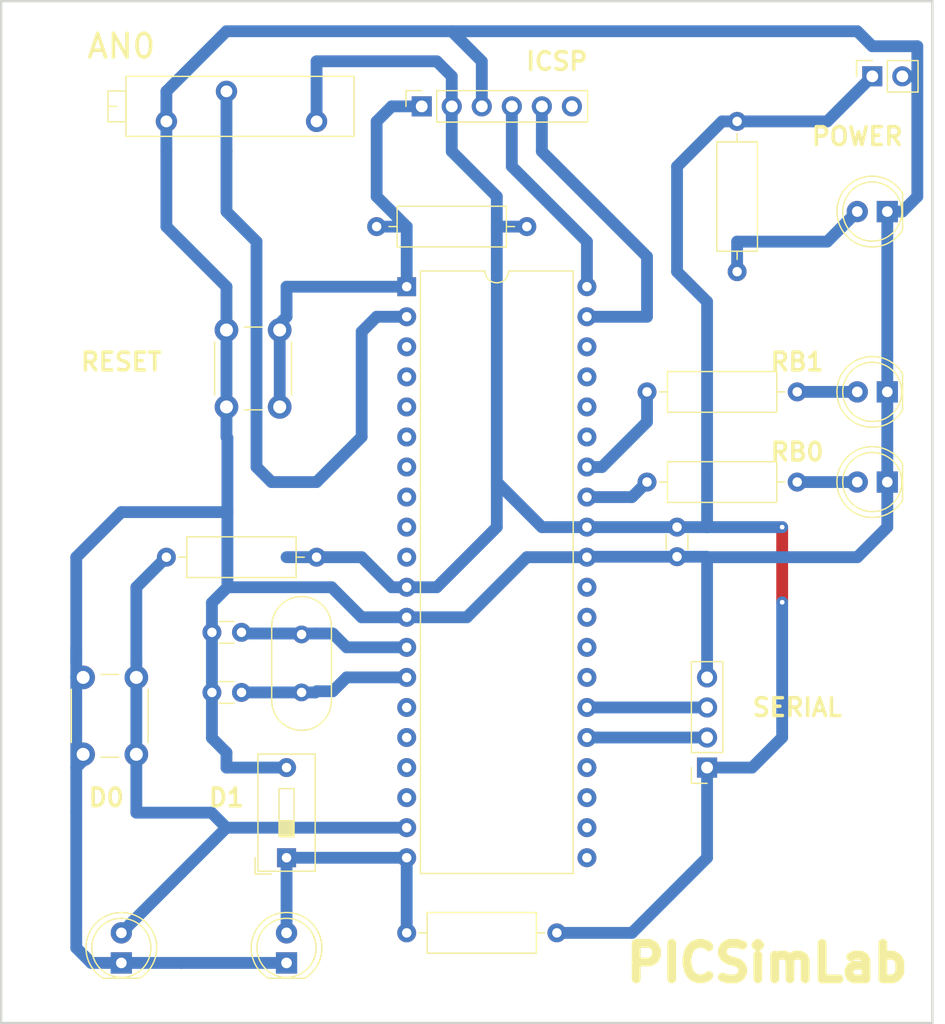
<source format=kicad_pcb>
(kicad_pcb (version 20171130) (host pcbnew 5.1.9+dfsg1-1)

  (general
    (thickness 1.6)
    (drawings 15)
    (tracks 154)
    (zones 0)
    (modules 23)
    (nets 43)
  )

  (page User 180.594 181)
  (layers
    (0 F.Cu signal)
    (31 B.Cu signal)
    (32 B.Adhes user)
    (33 F.Adhes user)
    (34 B.Paste user)
    (35 F.Paste user)
    (36 B.SilkS user)
    (37 F.SilkS user)
    (38 B.Mask user)
    (39 F.Mask user)
    (40 Dwgs.User user)
    (41 Cmts.User user)
    (42 Eco1.User user)
    (43 Eco2.User user)
    (44 Edge.Cuts user)
    (45 Margin user)
    (46 B.CrtYd user)
    (47 F.CrtYd user)
    (48 B.Fab user)
    (49 F.Fab user)
  )

  (setup
    (last_trace_width 1)
    (trace_clearance 0.2)
    (zone_clearance 0.508)
    (zone_45_only no)
    (trace_min 0.2)
    (via_size 0.6)
    (via_drill 0.4)
    (via_min_size 0.4)
    (via_min_drill 0.3)
    (uvia_size 0.3)
    (uvia_drill 0.1)
    (uvias_allowed no)
    (uvia_min_size 0.2)
    (uvia_min_drill 0.1)
    (edge_width 0.1)
    (segment_width 0.2)
    (pcb_text_width 0.3)
    (pcb_text_size 1.5 1.5)
    (mod_edge_width 0.15)
    (mod_text_size 1 1)
    (mod_text_width 0.15)
    (pad_size 1.5 1.5)
    (pad_drill 0.6)
    (pad_to_mask_clearance 0)
    (aux_axis_origin 0 0)
    (grid_origin 52.07 34.29)
    (visible_elements FFFFFF7F)
    (pcbplotparams
      (layerselection 0x02030_80000001)
      (usegerberextensions false)
      (usegerberattributes true)
      (usegerberadvancedattributes true)
      (creategerberjobfile true)
      (excludeedgelayer true)
      (linewidth 0.100000)
      (plotframeref false)
      (viasonmask false)
      (mode 1)
      (useauxorigin false)
      (hpglpennumber 1)
      (hpglpenspeed 20)
      (hpglpendiameter 15.000000)
      (psnegative false)
      (psa4output false)
      (plotreference true)
      (plotvalue true)
      (plotinvisibletext false)
      (padsonsilk false)
      (subtractmaskfromsilk false)
      (outputformat 1)
      (mirror false)
      (drillshape 0)
      (scaleselection 1)
      (outputdirectory "gerber/"))
  )

  (net 0 "")
  (net 1 "Net-(C1-Pad1)")
  (net 2 GND)
  (net 3 "Net-(C2-Pad1)")
  (net 4 +5V)
  (net 5 "Net-(D1-Pad2)")
  (net 6 "Net-(D2-Pad2)")
  (net 7 "Net-(D3-Pad2)")
  (net 8 "Net-(D4-Pad2)")
  (net 9 "Net-(D5-Pad2)")
  (net 10 "Net-(P1-Pad2)")
  (net 11 "Net-(P1-Pad3)")
  (net 12 "Net-(P3-Pad1)")
  (net 13 "Net-(P3-Pad4)")
  (net 14 "Net-(P3-Pad5)")
  (net 15 "Net-(R5-Pad2)")
  (net 16 "Net-(R6-Pad2)")
  (net 17 "Net-(RV1-Pad2)")
  (net 18 "Net-(P3-Pad6)")
  (net 19 "Net-(U1-Pad38)")
  (net 20 "Net-(U1-Pad18)")
  (net 21 "Net-(U1-Pad37)")
  (net 22 "Net-(U1-Pad17)")
  (net 23 "Net-(U1-Pad36)")
  (net 24 "Net-(U1-Pad16)")
  (net 25 "Net-(U1-Pad35)")
  (net 26 "Net-(U1-Pad15)")
  (net 27 "Net-(U1-Pad30)")
  (net 28 "Net-(U1-Pad10)")
  (net 29 "Net-(U1-Pad29)")
  (net 30 "Net-(U1-Pad9)")
  (net 31 "Net-(U1-Pad28)")
  (net 32 "Net-(U1-Pad8)")
  (net 33 "Net-(U1-Pad27)")
  (net 34 "Net-(U1-Pad7)")
  (net 35 "Net-(U1-Pad6)")
  (net 36 "Net-(U1-Pad5)")
  (net 37 "Net-(U1-Pad24)")
  (net 38 "Net-(U1-Pad4)")
  (net 39 "Net-(U1-Pad23)")
  (net 40 "Net-(U1-Pad3)")
  (net 41 "Net-(U1-Pad22)")
  (net 42 "Net-(U1-Pad21)")

  (net_class Default "This is the default net class."
    (clearance 0.2)
    (trace_width 1)
    (via_dia 0.6)
    (via_drill 0.4)
    (uvia_dia 0.3)
    (uvia_drill 0.1)
    (add_net +5V)
    (add_net GND)
    (add_net "Net-(C1-Pad1)")
    (add_net "Net-(C2-Pad1)")
    (add_net "Net-(D1-Pad2)")
    (add_net "Net-(D2-Pad2)")
    (add_net "Net-(D3-Pad2)")
    (add_net "Net-(D4-Pad2)")
    (add_net "Net-(D5-Pad2)")
    (add_net "Net-(P1-Pad2)")
    (add_net "Net-(P1-Pad3)")
    (add_net "Net-(P3-Pad1)")
    (add_net "Net-(P3-Pad4)")
    (add_net "Net-(P3-Pad5)")
    (add_net "Net-(P3-Pad6)")
    (add_net "Net-(R5-Pad2)")
    (add_net "Net-(R6-Pad2)")
    (add_net "Net-(RV1-Pad2)")
    (add_net "Net-(U1-Pad10)")
    (add_net "Net-(U1-Pad15)")
    (add_net "Net-(U1-Pad16)")
    (add_net "Net-(U1-Pad17)")
    (add_net "Net-(U1-Pad18)")
    (add_net "Net-(U1-Pad21)")
    (add_net "Net-(U1-Pad22)")
    (add_net "Net-(U1-Pad23)")
    (add_net "Net-(U1-Pad24)")
    (add_net "Net-(U1-Pad27)")
    (add_net "Net-(U1-Pad28)")
    (add_net "Net-(U1-Pad29)")
    (add_net "Net-(U1-Pad3)")
    (add_net "Net-(U1-Pad30)")
    (add_net "Net-(U1-Pad35)")
    (add_net "Net-(U1-Pad36)")
    (add_net "Net-(U1-Pad37)")
    (add_net "Net-(U1-Pad38)")
    (add_net "Net-(U1-Pad4)")
    (add_net "Net-(U1-Pad5)")
    (add_net "Net-(U1-Pad6)")
    (add_net "Net-(U1-Pad7)")
    (add_net "Net-(U1-Pad8)")
    (add_net "Net-(U1-Pad9)")
  )

  (module Potentiometer_THT:Potentiometer_Bourns_3009P_Horizontal (layer F.Cu) (tedit 5A3D4994) (tstamp 56395263)
    (at 78.74 44.45)
    (descr "Potentiometer, horizontal, Bourns 3009P, http://www.bourns.com/docs/Product-Datasheets/3009.pdf")
    (tags "Potentiometer horizontal Bourns 3009P")
    (path /5638D1EC)
    (fp_text reference RV1 (at -7.235 -4.935) (layer F.SilkS) hide
      (effects (font (size 1 1) (thickness 0.15)))
    )
    (fp_text value 10K (at -7.235 2.395) (layer F.Fab)
      (effects (font (size 1 1) (thickness 0.15)))
    )
    (fp_line (start -16 -3.685) (end -16 1.145) (layer F.Fab) (width 0.1))
    (fp_line (start -16 1.145) (end 3.05 1.145) (layer F.Fab) (width 0.1))
    (fp_line (start 3.05 1.145) (end 3.05 -3.685) (layer F.Fab) (width 0.1))
    (fp_line (start 3.05 -3.685) (end -16 -3.685) (layer F.Fab) (width 0.1))
    (fp_line (start -17.52 -2.45) (end -17.52 -0.09) (layer F.Fab) (width 0.1))
    (fp_line (start -17.52 -0.09) (end -16 -0.09) (layer F.Fab) (width 0.1))
    (fp_line (start -16 -0.09) (end -16 -2.45) (layer F.Fab) (width 0.1))
    (fp_line (start -16 -2.45) (end -17.52 -2.45) (layer F.Fab) (width 0.1))
    (fp_line (start -17.52 -1.27) (end -16.76 -1.27) (layer F.Fab) (width 0.1))
    (fp_line (start -16.12 -3.805) (end 3.17 -3.805) (layer F.SilkS) (width 0.12))
    (fp_line (start -16.12 1.265) (end 3.17 1.265) (layer F.SilkS) (width 0.12))
    (fp_line (start -16.12 -3.805) (end -16.12 1.265) (layer F.SilkS) (width 0.12))
    (fp_line (start 3.17 -3.805) (end 3.17 1.265) (layer F.SilkS) (width 0.12))
    (fp_line (start -17.64 -2.569) (end -16.121 -2.569) (layer F.SilkS) (width 0.12))
    (fp_line (start -17.64 0.03) (end -16.121 0.03) (layer F.SilkS) (width 0.12))
    (fp_line (start -17.64 -2.569) (end -17.64 0.03) (layer F.SilkS) (width 0.12))
    (fp_line (start -16.121 -2.569) (end -16.121 0.03) (layer F.SilkS) (width 0.12))
    (fp_line (start -17.64 -1.27) (end -16.881 -1.27) (layer F.SilkS) (width 0.12))
    (fp_line (start -17.8 -3.95) (end -17.8 1.4) (layer F.CrtYd) (width 0.05))
    (fp_line (start -17.8 1.4) (end 3.35 1.4) (layer F.CrtYd) (width 0.05))
    (fp_line (start 3.35 1.4) (end 3.35 -3.95) (layer F.CrtYd) (width 0.05))
    (fp_line (start 3.35 -3.95) (end -17.8 -3.95) (layer F.CrtYd) (width 0.05))
    (fp_text user %R (at -6.475 -1.27) (layer F.Fab)
      (effects (font (size 1 1) (thickness 0.15)))
    )
    (pad 3 thru_hole circle (at -12.7 0) (size 1.8 1.8) (drill 1) (layers *.Cu *.Mask)
      (net 2 GND))
    (pad 2 thru_hole circle (at -7.62 -2.54) (size 1.8 1.8) (drill 1) (layers *.Cu *.Mask)
      (net 17 "Net-(RV1-Pad2)"))
    (pad 1 thru_hole circle (at 0 0) (size 1.8 1.8) (drill 1) (layers *.Cu *.Mask)
      (net 4 +5V))
    (model ${KISYS3DMOD}/Potentiometer_THT.3dshapes/Potentiometer_Bourns_3009P_Horizontal.wrl
      (at (xyz 0 0 0))
      (scale (xyz 1 1 1))
      (rotate (xyz 0 0 0))
    )
  )

  (module Button_Switch_THT:SW_DIP_SPSTx01_Slide_9.78x4.72mm_W7.62mm_P2.54mm (layer F.Cu) (tedit 60298657) (tstamp 60298649)
    (at 76.2 106.68)
    (descr "1x-dip-switch SPST , Slide, row spacing 7.62 mm (300 mils), body size 9.78x4.72mm (see e.g. https://www.ctscorp.com/wp-content/uploads/206-208.pdf)")
    (tags "DIP Switch SPST Slide 7.62mm 300mil")
    (path /5639018F)
    (fp_text reference SW3 (at 0.39 0 90) (layer F.SilkS) hide
      (effects (font (size 1 1) (thickness 0.15)))
    )
    (fp_text value SPST (at 3.42 -3.81 90) (layer F.Fab)
      (effects (font (size 1 1) (thickness 0.15)))
    )
    (fp_line (start -2.7 -8.95) (end -2.7 1.35) (layer F.CrtYd) (width 0.05))
    (fp_line (start 2.7 -8.95) (end -2.7 -8.95) (layer F.CrtYd) (width 0.05))
    (fp_line (start 2.7 1.35) (end 2.7 -8.95) (layer F.CrtYd) (width 0.05))
    (fp_line (start -2.7 1.35) (end 2.7 1.35) (layer F.CrtYd) (width 0.05))
    (fp_line (start -0.635 -3.133333) (end 0.635 -3.133333) (layer F.SilkS) (width 0.12))
    (fp_line (start 0.565 -1.78) (end 0.565 -3.133333) (layer F.SilkS) (width 0.12))
    (fp_line (start 0.445 -1.78) (end 0.445 -3.133333) (layer F.SilkS) (width 0.12))
    (fp_line (start 0.325 -1.78) (end 0.325 -3.133333) (layer F.SilkS) (width 0.12))
    (fp_line (start 0.205 -1.78) (end 0.205 -3.133333) (layer F.SilkS) (width 0.12))
    (fp_line (start 0.085 -1.78) (end 0.085 -3.133333) (layer F.SilkS) (width 0.12))
    (fp_line (start -0.035 -1.78) (end -0.035 -3.133333) (layer F.SilkS) (width 0.12))
    (fp_line (start -0.155 -1.78) (end -0.155 -3.133333) (layer F.SilkS) (width 0.12))
    (fp_line (start -0.275 -1.78) (end -0.275 -3.133333) (layer F.SilkS) (width 0.12))
    (fp_line (start -0.395 -1.78) (end -0.395 -3.133333) (layer F.SilkS) (width 0.12))
    (fp_line (start -0.515 -1.78) (end -0.515 -3.133333) (layer F.SilkS) (width 0.12))
    (fp_line (start -0.635 -5.84) (end -0.635 -1.78) (layer F.SilkS) (width 0.12))
    (fp_line (start 0.635 -5.84) (end -0.635 -5.84) (layer F.SilkS) (width 0.12))
    (fp_line (start 0.635 -1.78) (end 0.635 -5.84) (layer F.SilkS) (width 0.12))
    (fp_line (start -0.635 -1.78) (end 0.635 -1.78) (layer F.SilkS) (width 0.12))
    (fp_line (start -2.66 1.38) (end -1.277 1.38) (layer F.SilkS) (width 0.12))
    (fp_line (start -2.66 1.38) (end -2.66 -0.004) (layer F.SilkS) (width 0.12))
    (fp_line (start -2.42 -8.76) (end 2.42 -8.76) (layer F.SilkS) (width 0.12))
    (fp_line (start -2.42 1.14) (end 2.42 1.14) (layer F.SilkS) (width 0.12))
    (fp_line (start 2.42 1.14) (end 2.42 -8.76) (layer F.SilkS) (width 0.12))
    (fp_line (start -2.42 1.14) (end -2.42 -8.76) (layer F.SilkS) (width 0.12))
    (fp_line (start -0.635 -3.133333) (end 0.635 -3.133333) (layer F.Fab) (width 0.1))
    (fp_line (start 0.565 -1.78) (end 0.565 -3.133333) (layer F.Fab) (width 0.1))
    (fp_line (start 0.465 -1.78) (end 0.465 -3.133333) (layer F.Fab) (width 0.1))
    (fp_line (start 0.365 -1.78) (end 0.365 -3.133333) (layer F.Fab) (width 0.1))
    (fp_line (start 0.265 -1.78) (end 0.265 -3.133333) (layer F.Fab) (width 0.1))
    (fp_line (start 0.165 -1.78) (end 0.165 -3.133333) (layer F.Fab) (width 0.1))
    (fp_line (start 0.065 -1.78) (end 0.065 -3.133333) (layer F.Fab) (width 0.1))
    (fp_line (start -0.035 -1.78) (end -0.035 -3.133333) (layer F.Fab) (width 0.1))
    (fp_line (start -0.135 -1.78) (end -0.135 -3.133333) (layer F.Fab) (width 0.1))
    (fp_line (start -0.235 -1.78) (end -0.235 -3.133333) (layer F.Fab) (width 0.1))
    (fp_line (start -0.335 -1.78) (end -0.335 -3.133333) (layer F.Fab) (width 0.1))
    (fp_line (start -0.435 -1.78) (end -0.435 -3.133333) (layer F.Fab) (width 0.1))
    (fp_line (start -0.535 -1.78) (end -0.535 -3.133333) (layer F.Fab) (width 0.1))
    (fp_line (start -0.635 -5.84) (end -0.635 -1.78) (layer F.Fab) (width 0.1))
    (fp_line (start 0.635 -5.84) (end -0.635 -5.84) (layer F.Fab) (width 0.1))
    (fp_line (start 0.635 -1.78) (end 0.635 -5.84) (layer F.Fab) (width 0.1))
    (fp_line (start -0.635 -1.78) (end 0.635 -1.78) (layer F.Fab) (width 0.1))
    (fp_line (start -1.36 1.08) (end -2.36 0.08) (layer F.Fab) (width 0.1))
    (fp_line (start 2.36 1.08) (end -1.36 1.08) (layer F.Fab) (width 0.1))
    (fp_line (start 2.36 -8.7) (end 2.36 1.08) (layer F.Fab) (width 0.1))
    (fp_line (start -2.36 -8.7) (end 2.36 -8.7) (layer F.Fab) (width 0.1))
    (fp_line (start -2.36 0.08) (end -2.36 -8.7) (layer F.Fab) (width 0.1))
    (fp_text user on (at -1.4975 -5.365 90) (layer F.Fab)
      (effects (font (size 0.6 0.6) (thickness 0.09)))
    )
    (fp_text user %R (at 0 -7.27) (layer F.Fab)
      (effects (font (size 0.6 0.6) (thickness 0.09)))
    )
    (pad 2 thru_hole oval (at 0 -7.62 90) (size 1.6 1.6) (drill 0.8) (layers *.Cu *.Mask)
      (net 2 GND))
    (pad 1 thru_hole rect (at 0 0 90) (size 1.6 1.6) (drill 0.8) (layers *.Cu *.Mask)
      (net 6 "Net-(D2-Pad2)"))
    (model ${KISYS3DMOD}/Button_Switch_THT.3dshapes/SW_DIP_SPSTx01_Slide_9.78x4.72mm_W7.62mm_P2.54mm.wrl
      (at (xyz 0 0 0))
      (scale (xyz 1 1 1))
      (rotate (xyz 0 0 0))
    )
  )

  (module Resistor_THT:R_Axial_DIN0309_L9.0mm_D3.2mm_P12.70mm_Horizontal (layer F.Cu) (tedit 5AE5139B) (tstamp 5639525C)
    (at 119.38 74.93 180)
    (descr "Resistor, Axial_DIN0309 series, Axial, Horizontal, pin pitch=12.7mm, 0.5W = 1/2W, length*diameter=9*3.2mm^2, http://cdn-reichelt.de/documents/datenblatt/B400/1_4W%23YAG.pdf")
    (tags "Resistor Axial_DIN0309 series Axial Horizontal pin pitch 12.7mm 0.5W = 1/2W length 9mm diameter 3.2mm")
    (path /5638E717)
    (fp_text reference R6 (at 6.35 -2.72) (layer F.SilkS) hide
      (effects (font (size 1 1) (thickness 0.15)))
    )
    (fp_text value 1k (at 6.35 2.72) (layer F.Fab)
      (effects (font (size 1 1) (thickness 0.15)))
    )
    (fp_line (start 1.85 -1.6) (end 1.85 1.6) (layer F.Fab) (width 0.1))
    (fp_line (start 1.85 1.6) (end 10.85 1.6) (layer F.Fab) (width 0.1))
    (fp_line (start 10.85 1.6) (end 10.85 -1.6) (layer F.Fab) (width 0.1))
    (fp_line (start 10.85 -1.6) (end 1.85 -1.6) (layer F.Fab) (width 0.1))
    (fp_line (start 0 0) (end 1.85 0) (layer F.Fab) (width 0.1))
    (fp_line (start 12.7 0) (end 10.85 0) (layer F.Fab) (width 0.1))
    (fp_line (start 1.73 -1.72) (end 1.73 1.72) (layer F.SilkS) (width 0.12))
    (fp_line (start 1.73 1.72) (end 10.97 1.72) (layer F.SilkS) (width 0.12))
    (fp_line (start 10.97 1.72) (end 10.97 -1.72) (layer F.SilkS) (width 0.12))
    (fp_line (start 10.97 -1.72) (end 1.73 -1.72) (layer F.SilkS) (width 0.12))
    (fp_line (start 1.04 0) (end 1.73 0) (layer F.SilkS) (width 0.12))
    (fp_line (start 11.66 0) (end 10.97 0) (layer F.SilkS) (width 0.12))
    (fp_line (start -1.05 -1.85) (end -1.05 1.85) (layer F.CrtYd) (width 0.05))
    (fp_line (start -1.05 1.85) (end 13.75 1.85) (layer F.CrtYd) (width 0.05))
    (fp_line (start 13.75 1.85) (end 13.75 -1.85) (layer F.CrtYd) (width 0.05))
    (fp_line (start 13.75 -1.85) (end -1.05 -1.85) (layer F.CrtYd) (width 0.05))
    (fp_text user %R (at 6.35 0) (layer F.Fab)
      (effects (font (size 1 1) (thickness 0.15)))
    )
    (pad 2 thru_hole oval (at 12.7 0 180) (size 1.6 1.6) (drill 0.8) (layers *.Cu *.Mask)
      (net 16 "Net-(R6-Pad2)"))
    (pad 1 thru_hole circle (at 0 0 180) (size 1.6 1.6) (drill 0.8) (layers *.Cu *.Mask)
      (net 9 "Net-(D5-Pad2)"))
    (model ${KISYS3DMOD}/Resistor_THT.3dshapes/R_Axial_DIN0309_L9.0mm_D3.2mm_P12.70mm_Horizontal.wrl
      (at (xyz 0 0 0))
      (scale (xyz 1 1 1))
      (rotate (xyz 0 0 0))
    )
  )

  (module Button_Switch_THT:SW_PUSH_6mm (layer F.Cu) (tedit 5A02FE31) (tstamp 5639526B)
    (at 71.12 68.58 90)
    (descr https://www.omron.com/ecb/products/pdf/en-b3f.pdf)
    (tags "tact sw push 6mm")
    (path /5638B646)
    (fp_text reference SW1 (at 3.25 -2 90) (layer F.SilkS) hide
      (effects (font (size 1 1) (thickness 0.15)))
    )
    (fp_text value RESET (at 3.75 6.7 90) (layer F.Fab)
      (effects (font (size 1 1) (thickness 0.15)))
    )
    (fp_line (start 3.25 -0.75) (end 6.25 -0.75) (layer F.Fab) (width 0.1))
    (fp_line (start 6.25 -0.75) (end 6.25 5.25) (layer F.Fab) (width 0.1))
    (fp_line (start 6.25 5.25) (end 0.25 5.25) (layer F.Fab) (width 0.1))
    (fp_line (start 0.25 5.25) (end 0.25 -0.75) (layer F.Fab) (width 0.1))
    (fp_line (start 0.25 -0.75) (end 3.25 -0.75) (layer F.Fab) (width 0.1))
    (fp_line (start 7.75 6) (end 8 6) (layer F.CrtYd) (width 0.05))
    (fp_line (start 8 6) (end 8 5.75) (layer F.CrtYd) (width 0.05))
    (fp_line (start 7.75 -1.5) (end 8 -1.5) (layer F.CrtYd) (width 0.05))
    (fp_line (start 8 -1.5) (end 8 -1.25) (layer F.CrtYd) (width 0.05))
    (fp_line (start -1.5 -1.25) (end -1.5 -1.5) (layer F.CrtYd) (width 0.05))
    (fp_line (start -1.5 -1.5) (end -1.25 -1.5) (layer F.CrtYd) (width 0.05))
    (fp_line (start -1.5 5.75) (end -1.5 6) (layer F.CrtYd) (width 0.05))
    (fp_line (start -1.5 6) (end -1.25 6) (layer F.CrtYd) (width 0.05))
    (fp_line (start -1.25 -1.5) (end 7.75 -1.5) (layer F.CrtYd) (width 0.05))
    (fp_line (start -1.5 5.75) (end -1.5 -1.25) (layer F.CrtYd) (width 0.05))
    (fp_line (start 7.75 6) (end -1.25 6) (layer F.CrtYd) (width 0.05))
    (fp_line (start 8 -1.25) (end 8 5.75) (layer F.CrtYd) (width 0.05))
    (fp_line (start 1 5.5) (end 5.5 5.5) (layer F.SilkS) (width 0.12))
    (fp_line (start -0.25 1.5) (end -0.25 3) (layer F.SilkS) (width 0.12))
    (fp_line (start 5.5 -1) (end 1 -1) (layer F.SilkS) (width 0.12))
    (fp_line (start 6.75 3) (end 6.75 1.5) (layer F.SilkS) (width 0.12))
    (fp_circle (center 3.25 2.25) (end 1.25 2.5) (layer F.Fab) (width 0.1))
    (fp_text user %R (at 3.25 2.25 90) (layer F.Fab)
      (effects (font (size 1 1) (thickness 0.15)))
    )
    (pad 1 thru_hole circle (at 6.5 0 180) (size 2 2) (drill 1.1) (layers *.Cu *.Mask)
      (net 2 GND))
    (pad 2 thru_hole circle (at 6.5 4.5 180) (size 2 2) (drill 1.1) (layers *.Cu *.Mask)
      (net 12 "Net-(P3-Pad1)"))
    (pad 1 thru_hole circle (at 0 0 180) (size 2 2) (drill 1.1) (layers *.Cu *.Mask)
      (net 2 GND))
    (pad 2 thru_hole circle (at 0 4.5 180) (size 2 2) (drill 1.1) (layers *.Cu *.Mask)
      (net 12 "Net-(P3-Pad1)"))
    (model ${KISYS3DMOD}/Button_Switch_THT.3dshapes/SW_PUSH_6mm.wrl
      (at (xyz 0 0 0))
      (scale (xyz 1 1 1))
      (rotate (xyz 0 0 0))
    )
  )

  (module Button_Switch_THT:SW_PUSH_6mm (layer F.Cu) (tedit 5A02FE31) (tstamp 602447E5)
    (at 63.5 91.44 270)
    (descr https://www.omron.com/ecb/products/pdf/en-b3f.pdf)
    (tags "tact sw push 6mm")
    (path /5639013C)
    (fp_text reference SW2 (at 3.25 -2 90) (layer F.SilkS) hide
      (effects (font (size 1 1) (thickness 0.15)))
    )
    (fp_text value SW_PUSH (at 3.75 6.7 90) (layer F.Fab)
      (effects (font (size 1 1) (thickness 0.15)))
    )
    (fp_line (start 3.25 -0.75) (end 6.25 -0.75) (layer F.Fab) (width 0.1))
    (fp_line (start 6.25 -0.75) (end 6.25 5.25) (layer F.Fab) (width 0.1))
    (fp_line (start 6.25 5.25) (end 0.25 5.25) (layer F.Fab) (width 0.1))
    (fp_line (start 0.25 5.25) (end 0.25 -0.75) (layer F.Fab) (width 0.1))
    (fp_line (start 0.25 -0.75) (end 3.25 -0.75) (layer F.Fab) (width 0.1))
    (fp_line (start 7.75 6) (end 8 6) (layer F.CrtYd) (width 0.05))
    (fp_line (start 8 6) (end 8 5.75) (layer F.CrtYd) (width 0.05))
    (fp_line (start 7.75 -1.5) (end 8 -1.5) (layer F.CrtYd) (width 0.05))
    (fp_line (start 8 -1.5) (end 8 -1.25) (layer F.CrtYd) (width 0.05))
    (fp_line (start -1.5 -1.25) (end -1.5 -1.5) (layer F.CrtYd) (width 0.05))
    (fp_line (start -1.5 -1.5) (end -1.25 -1.5) (layer F.CrtYd) (width 0.05))
    (fp_line (start -1.5 5.75) (end -1.5 6) (layer F.CrtYd) (width 0.05))
    (fp_line (start -1.5 6) (end -1.25 6) (layer F.CrtYd) (width 0.05))
    (fp_line (start -1.25 -1.5) (end 7.75 -1.5) (layer F.CrtYd) (width 0.05))
    (fp_line (start -1.5 5.75) (end -1.5 -1.25) (layer F.CrtYd) (width 0.05))
    (fp_line (start 7.75 6) (end -1.25 6) (layer F.CrtYd) (width 0.05))
    (fp_line (start 8 -1.25) (end 8 5.75) (layer F.CrtYd) (width 0.05))
    (fp_line (start 1 5.5) (end 5.5 5.5) (layer F.SilkS) (width 0.12))
    (fp_line (start -0.25 1.5) (end -0.25 3) (layer F.SilkS) (width 0.12))
    (fp_line (start 5.5 -1) (end 1 -1) (layer F.SilkS) (width 0.12))
    (fp_line (start 6.75 3) (end 6.75 1.5) (layer F.SilkS) (width 0.12))
    (fp_circle (center 3.25 2.25) (end 1.25 2.5) (layer F.Fab) (width 0.1))
    (fp_text user %R (at 3.25 2.25 90) (layer F.Fab)
      (effects (font (size 1 1) (thickness 0.15)))
    )
    (pad 1 thru_hole circle (at 6.5 0) (size 2 2) (drill 1.1) (layers *.Cu *.Mask)
      (net 7 "Net-(D3-Pad2)"))
    (pad 2 thru_hole circle (at 6.5 4.5) (size 2 2) (drill 1.1) (layers *.Cu *.Mask)
      (net 2 GND))
    (pad 1 thru_hole circle (at 0 0) (size 2 2) (drill 1.1) (layers *.Cu *.Mask)
      (net 7 "Net-(D3-Pad2)"))
    (pad 2 thru_hole circle (at 0 4.5) (size 2 2) (drill 1.1) (layers *.Cu *.Mask)
      (net 2 GND))
    (model ${KISYS3DMOD}/Button_Switch_THT.3dshapes/SW_PUSH_6mm.wrl
      (at (xyz 0 0 0))
      (scale (xyz 1 1 1))
      (rotate (xyz 0 0 0))
    )
  )

  (module Package_DIP:DIP-40_W15.24mm (layer F.Cu) (tedit 5A02E8C5) (tstamp 563952A5)
    (at 86.36 58.42)
    (descr "40-lead though-hole mounted DIP package, row spacing 15.24 mm (600 mils)")
    (tags "THT DIP DIL PDIP 2.54mm 15.24mm 600mil")
    (path /5638A3F7)
    (fp_text reference U1 (at 7.62 -2.33) (layer F.SilkS) hide
      (effects (font (size 1 1) (thickness 0.15)))
    )
    (fp_text value PIC18F4550 (at 7.62 50.59) (layer F.Fab)
      (effects (font (size 1 1) (thickness 0.15)))
    )
    (fp_line (start 1.255 -1.27) (end 14.985 -1.27) (layer F.Fab) (width 0.1))
    (fp_line (start 14.985 -1.27) (end 14.985 49.53) (layer F.Fab) (width 0.1))
    (fp_line (start 14.985 49.53) (end 0.255 49.53) (layer F.Fab) (width 0.1))
    (fp_line (start 0.255 49.53) (end 0.255 -0.27) (layer F.Fab) (width 0.1))
    (fp_line (start 0.255 -0.27) (end 1.255 -1.27) (layer F.Fab) (width 0.1))
    (fp_line (start 6.62 -1.33) (end 1.16 -1.33) (layer F.SilkS) (width 0.12))
    (fp_line (start 1.16 -1.33) (end 1.16 49.59) (layer F.SilkS) (width 0.12))
    (fp_line (start 1.16 49.59) (end 14.08 49.59) (layer F.SilkS) (width 0.12))
    (fp_line (start 14.08 49.59) (end 14.08 -1.33) (layer F.SilkS) (width 0.12))
    (fp_line (start 14.08 -1.33) (end 8.62 -1.33) (layer F.SilkS) (width 0.12))
    (fp_line (start -1.05 -1.55) (end -1.05 49.8) (layer F.CrtYd) (width 0.05))
    (fp_line (start -1.05 49.8) (end 16.3 49.8) (layer F.CrtYd) (width 0.05))
    (fp_line (start 16.3 49.8) (end 16.3 -1.55) (layer F.CrtYd) (width 0.05))
    (fp_line (start 16.3 -1.55) (end -1.05 -1.55) (layer F.CrtYd) (width 0.05))
    (fp_text user %R (at 7.62 24.13) (layer F.Fab)
      (effects (font (size 1 1) (thickness 0.15)))
    )
    (fp_arc (start 7.62 -1.33) (end 6.62 -1.33) (angle -180) (layer F.SilkS) (width 0.12))
    (pad 40 thru_hole oval (at 15.24 0) (size 1.6 1.6) (drill 0.8) (layers *.Cu *.Mask)
      (net 13 "Net-(P3-Pad4)"))
    (pad 20 thru_hole oval (at 0 48.26) (size 1.6 1.6) (drill 0.8) (layers *.Cu *.Mask)
      (net 6 "Net-(D2-Pad2)"))
    (pad 39 thru_hole oval (at 15.24 2.54) (size 1.6 1.6) (drill 0.8) (layers *.Cu *.Mask)
      (net 14 "Net-(P3-Pad5)"))
    (pad 19 thru_hole oval (at 0 45.72) (size 1.6 1.6) (drill 0.8) (layers *.Cu *.Mask)
      (net 7 "Net-(D3-Pad2)"))
    (pad 38 thru_hole oval (at 15.24 5.08) (size 1.6 1.6) (drill 0.8) (layers *.Cu *.Mask)
      (net 19 "Net-(U1-Pad38)"))
    (pad 18 thru_hole oval (at 0 43.18) (size 1.6 1.6) (drill 0.8) (layers *.Cu *.Mask)
      (net 20 "Net-(U1-Pad18)"))
    (pad 37 thru_hole oval (at 15.24 7.62) (size 1.6 1.6) (drill 0.8) (layers *.Cu *.Mask)
      (net 21 "Net-(U1-Pad37)"))
    (pad 17 thru_hole oval (at 0 40.64) (size 1.6 1.6) (drill 0.8) (layers *.Cu *.Mask)
      (net 22 "Net-(U1-Pad17)"))
    (pad 36 thru_hole oval (at 15.24 10.16) (size 1.6 1.6) (drill 0.8) (layers *.Cu *.Mask)
      (net 23 "Net-(U1-Pad36)"))
    (pad 16 thru_hole oval (at 0 38.1) (size 1.6 1.6) (drill 0.8) (layers *.Cu *.Mask)
      (net 24 "Net-(U1-Pad16)"))
    (pad 35 thru_hole oval (at 15.24 12.7) (size 1.6 1.6) (drill 0.8) (layers *.Cu *.Mask)
      (net 25 "Net-(U1-Pad35)"))
    (pad 15 thru_hole oval (at 0 35.56) (size 1.6 1.6) (drill 0.8) (layers *.Cu *.Mask)
      (net 26 "Net-(U1-Pad15)"))
    (pad 34 thru_hole oval (at 15.24 15.24) (size 1.6 1.6) (drill 0.8) (layers *.Cu *.Mask)
      (net 15 "Net-(R5-Pad2)"))
    (pad 14 thru_hole oval (at 0 33.02) (size 1.6 1.6) (drill 0.8) (layers *.Cu *.Mask)
      (net 3 "Net-(C2-Pad1)"))
    (pad 33 thru_hole oval (at 15.24 17.78) (size 1.6 1.6) (drill 0.8) (layers *.Cu *.Mask)
      (net 16 "Net-(R6-Pad2)"))
    (pad 13 thru_hole oval (at 0 30.48) (size 1.6 1.6) (drill 0.8) (layers *.Cu *.Mask)
      (net 1 "Net-(C1-Pad1)"))
    (pad 32 thru_hole oval (at 15.24 20.32) (size 1.6 1.6) (drill 0.8) (layers *.Cu *.Mask)
      (net 4 +5V))
    (pad 12 thru_hole oval (at 0 27.94) (size 1.6 1.6) (drill 0.8) (layers *.Cu *.Mask)
      (net 2 GND))
    (pad 31 thru_hole oval (at 15.24 22.86) (size 1.6 1.6) (drill 0.8) (layers *.Cu *.Mask)
      (net 2 GND))
    (pad 11 thru_hole oval (at 0 25.4) (size 1.6 1.6) (drill 0.8) (layers *.Cu *.Mask)
      (net 4 +5V))
    (pad 30 thru_hole oval (at 15.24 25.4) (size 1.6 1.6) (drill 0.8) (layers *.Cu *.Mask)
      (net 27 "Net-(U1-Pad30)"))
    (pad 10 thru_hole oval (at 0 22.86) (size 1.6 1.6) (drill 0.8) (layers *.Cu *.Mask)
      (net 28 "Net-(U1-Pad10)"))
    (pad 29 thru_hole oval (at 15.24 27.94) (size 1.6 1.6) (drill 0.8) (layers *.Cu *.Mask)
      (net 29 "Net-(U1-Pad29)"))
    (pad 9 thru_hole oval (at 0 20.32) (size 1.6 1.6) (drill 0.8) (layers *.Cu *.Mask)
      (net 30 "Net-(U1-Pad9)"))
    (pad 28 thru_hole oval (at 15.24 30.48) (size 1.6 1.6) (drill 0.8) (layers *.Cu *.Mask)
      (net 31 "Net-(U1-Pad28)"))
    (pad 8 thru_hole oval (at 0 17.78) (size 1.6 1.6) (drill 0.8) (layers *.Cu *.Mask)
      (net 32 "Net-(U1-Pad8)"))
    (pad 27 thru_hole oval (at 15.24 33.02) (size 1.6 1.6) (drill 0.8) (layers *.Cu *.Mask)
      (net 33 "Net-(U1-Pad27)"))
    (pad 7 thru_hole oval (at 0 15.24) (size 1.6 1.6) (drill 0.8) (layers *.Cu *.Mask)
      (net 34 "Net-(U1-Pad7)"))
    (pad 26 thru_hole oval (at 15.24 35.56) (size 1.6 1.6) (drill 0.8) (layers *.Cu *.Mask)
      (net 11 "Net-(P1-Pad3)"))
    (pad 6 thru_hole oval (at 0 12.7) (size 1.6 1.6) (drill 0.8) (layers *.Cu *.Mask)
      (net 35 "Net-(U1-Pad6)"))
    (pad 25 thru_hole oval (at 15.24 38.1) (size 1.6 1.6) (drill 0.8) (layers *.Cu *.Mask)
      (net 10 "Net-(P1-Pad2)"))
    (pad 5 thru_hole oval (at 0 10.16) (size 1.6 1.6) (drill 0.8) (layers *.Cu *.Mask)
      (net 36 "Net-(U1-Pad5)"))
    (pad 24 thru_hole oval (at 15.24 40.64) (size 1.6 1.6) (drill 0.8) (layers *.Cu *.Mask)
      (net 37 "Net-(U1-Pad24)"))
    (pad 4 thru_hole oval (at 0 7.62) (size 1.6 1.6) (drill 0.8) (layers *.Cu *.Mask)
      (net 38 "Net-(U1-Pad4)"))
    (pad 23 thru_hole oval (at 15.24 43.18) (size 1.6 1.6) (drill 0.8) (layers *.Cu *.Mask)
      (net 39 "Net-(U1-Pad23)"))
    (pad 3 thru_hole oval (at 0 5.08) (size 1.6 1.6) (drill 0.8) (layers *.Cu *.Mask)
      (net 40 "Net-(U1-Pad3)"))
    (pad 22 thru_hole oval (at 15.24 45.72) (size 1.6 1.6) (drill 0.8) (layers *.Cu *.Mask)
      (net 41 "Net-(U1-Pad22)"))
    (pad 2 thru_hole oval (at 0 2.54) (size 1.6 1.6) (drill 0.8) (layers *.Cu *.Mask)
      (net 17 "Net-(RV1-Pad2)"))
    (pad 21 thru_hole oval (at 15.24 48.26) (size 1.6 1.6) (drill 0.8) (layers *.Cu *.Mask)
      (net 42 "Net-(U1-Pad21)"))
    (pad 1 thru_hole rect (at 0 0) (size 1.6 1.6) (drill 0.8) (layers *.Cu *.Mask)
      (net 12 "Net-(P3-Pad1)"))
    (model ${KISYS3DMOD}/Package_DIP.3dshapes/DIP-40_W15.24mm.wrl
      (at (xyz 0 0 0))
      (scale (xyz 1 1 1))
      (rotate (xyz 0 0 0))
    )
  )

  (module Crystal:Crystal_HC18-U_Vertical (layer F.Cu) (tedit 5A1AD3B7) (tstamp 563952AB)
    (at 77.47 92.71 90)
    (descr "Crystal THT HC-18/U, http://5hertz.com/pdfs/04404_D.pdf")
    (tags "THT crystalHC-18/U")
    (path /5638AC2D)
    (fp_text reference Y1 (at 2.45 -3.525 90) (layer F.SilkS) hide
      (effects (font (size 1 1) (thickness 0.15)))
    )
    (fp_text value 8MHz (at 2.45 3.525 90) (layer F.Fab)
      (effects (font (size 1 1) (thickness 0.15)))
    )
    (fp_line (start -0.675 -2.325) (end 5.575 -2.325) (layer F.Fab) (width 0.1))
    (fp_line (start -0.675 2.325) (end 5.575 2.325) (layer F.Fab) (width 0.1))
    (fp_line (start -0.55 -2) (end 5.45 -2) (layer F.Fab) (width 0.1))
    (fp_line (start -0.55 2) (end 5.45 2) (layer F.Fab) (width 0.1))
    (fp_line (start -0.675 -2.525) (end 5.575 -2.525) (layer F.SilkS) (width 0.12))
    (fp_line (start -0.675 2.525) (end 5.575 2.525) (layer F.SilkS) (width 0.12))
    (fp_line (start -3.5 -2.8) (end -3.5 2.8) (layer F.CrtYd) (width 0.05))
    (fp_line (start -3.5 2.8) (end 8.4 2.8) (layer F.CrtYd) (width 0.05))
    (fp_line (start 8.4 2.8) (end 8.4 -2.8) (layer F.CrtYd) (width 0.05))
    (fp_line (start 8.4 -2.8) (end -3.5 -2.8) (layer F.CrtYd) (width 0.05))
    (fp_arc (start 5.575 0) (end 5.575 -2.525) (angle 180) (layer F.SilkS) (width 0.12))
    (fp_arc (start -0.675 0) (end -0.675 -2.525) (angle -180) (layer F.SilkS) (width 0.12))
    (fp_arc (start 5.45 0) (end 5.45 -2) (angle 180) (layer F.Fab) (width 0.1))
    (fp_arc (start -0.55 0) (end -0.55 -2) (angle -180) (layer F.Fab) (width 0.1))
    (fp_arc (start 5.575 0) (end 5.575 -2.325) (angle 180) (layer F.Fab) (width 0.1))
    (fp_arc (start -0.675 0) (end -0.675 -2.325) (angle -180) (layer F.Fab) (width 0.1))
    (fp_text user %R (at 2.45 0 90) (layer F.Fab)
      (effects (font (size 1 1) (thickness 0.15)))
    )
    (pad 2 thru_hole circle (at 4.9 0 90) (size 1.5 1.5) (drill 0.8) (layers *.Cu *.Mask)
      (net 1 "Net-(C1-Pad1)"))
    (pad 1 thru_hole circle (at 0 0 90) (size 1.5 1.5) (drill 0.8) (layers *.Cu *.Mask)
      (net 3 "Net-(C2-Pad1)"))
    (model ${KISYS3DMOD}/Crystal.3dshapes/Crystal_HC18-U_Vertical.wrl
      (at (xyz 0 0 0))
      (scale (xyz 1 1 1))
      (rotate (xyz 0 0 0))
    )
  )

  (module LED_THT:LED_D5.0mm (layer F.Cu) (tedit 5995936A) (tstamp 5639520E)
    (at 76.2 115.57 90)
    (descr "LED, diameter 5.0mm, 2 pins, http://cdn-reichelt.de/documents/datenblatt/A500/LL-504BC2E-009.pdf")
    (tags "LED diameter 5.0mm 2 pins")
    (path /56395CBC)
    (fp_text reference D2 (at 1.27 -3.96 90) (layer F.SilkS) hide
      (effects (font (size 1 1) (thickness 0.15)))
    )
    (fp_text value YELLOW (at 1.27 3.96 90) (layer F.Fab)
      (effects (font (size 1 1) (thickness 0.15)))
    )
    (fp_circle (center 1.27 0) (end 3.77 0) (layer F.Fab) (width 0.1))
    (fp_circle (center 1.27 0) (end 3.77 0) (layer F.SilkS) (width 0.12))
    (fp_line (start -1.23 -1.469694) (end -1.23 1.469694) (layer F.Fab) (width 0.1))
    (fp_line (start -1.29 -1.545) (end -1.29 1.545) (layer F.SilkS) (width 0.12))
    (fp_line (start -1.95 -3.25) (end -1.95 3.25) (layer F.CrtYd) (width 0.05))
    (fp_line (start -1.95 3.25) (end 4.5 3.25) (layer F.CrtYd) (width 0.05))
    (fp_line (start 4.5 3.25) (end 4.5 -3.25) (layer F.CrtYd) (width 0.05))
    (fp_line (start 4.5 -3.25) (end -1.95 -3.25) (layer F.CrtYd) (width 0.05))
    (fp_text user %R (at 1.25 0 90) (layer F.Fab)
      (effects (font (size 0.8 0.8) (thickness 0.2)))
    )
    (fp_arc (start 1.27 0) (end -1.29 1.54483) (angle -148.9) (layer F.SilkS) (width 0.12))
    (fp_arc (start 1.27 0) (end -1.29 -1.54483) (angle 148.9) (layer F.SilkS) (width 0.12))
    (fp_arc (start 1.27 0) (end -1.23 -1.469694) (angle 299.1) (layer F.Fab) (width 0.1))
    (pad 2 thru_hole circle (at 2.54 0 90) (size 1.8 1.8) (drill 0.9) (layers *.Cu *.Mask)
      (net 6 "Net-(D2-Pad2)"))
    (pad 1 thru_hole rect (at 0 0 90) (size 1.8 1.8) (drill 0.9) (layers *.Cu *.Mask)
      (net 2 GND))
    (model ${KISYS3DMOD}/LED_THT.3dshapes/LED_D5.0mm.wrl
      (at (xyz 0 0 0))
      (scale (xyz 1 1 1))
      (rotate (xyz 0 0 0))
    )
  )

  (module Resistor_THT:R_Axial_DIN0309_L9.0mm_D3.2mm_P12.70mm_Horizontal (layer F.Cu) (tedit 5AE5139B) (tstamp 60246553)
    (at 119.38 67.31 180)
    (descr "Resistor, Axial_DIN0309 series, Axial, Horizontal, pin pitch=12.7mm, 0.5W = 1/2W, length*diameter=9*3.2mm^2, http://cdn-reichelt.de/documents/datenblatt/B400/1_4W%23YAG.pdf")
    (tags "Resistor Axial_DIN0309 series Axial Horizontal pin pitch 12.7mm 0.5W = 1/2W length 9mm diameter 3.2mm")
    (path /5638E6CB)
    (fp_text reference R5 (at 6.35 -2.72) (layer F.SilkS) hide
      (effects (font (size 1 1) (thickness 0.15)))
    )
    (fp_text value 1k (at 6.35 2.72) (layer F.Fab)
      (effects (font (size 1 1) (thickness 0.15)))
    )
    (fp_line (start 1.85 -1.6) (end 1.85 1.6) (layer F.Fab) (width 0.1))
    (fp_line (start 1.85 1.6) (end 10.85 1.6) (layer F.Fab) (width 0.1))
    (fp_line (start 10.85 1.6) (end 10.85 -1.6) (layer F.Fab) (width 0.1))
    (fp_line (start 10.85 -1.6) (end 1.85 -1.6) (layer F.Fab) (width 0.1))
    (fp_line (start 0 0) (end 1.85 0) (layer F.Fab) (width 0.1))
    (fp_line (start 12.7 0) (end 10.85 0) (layer F.Fab) (width 0.1))
    (fp_line (start 1.73 -1.72) (end 1.73 1.72) (layer F.SilkS) (width 0.12))
    (fp_line (start 1.73 1.72) (end 10.97 1.72) (layer F.SilkS) (width 0.12))
    (fp_line (start 10.97 1.72) (end 10.97 -1.72) (layer F.SilkS) (width 0.12))
    (fp_line (start 10.97 -1.72) (end 1.73 -1.72) (layer F.SilkS) (width 0.12))
    (fp_line (start 1.04 0) (end 1.73 0) (layer F.SilkS) (width 0.12))
    (fp_line (start 11.66 0) (end 10.97 0) (layer F.SilkS) (width 0.12))
    (fp_line (start -1.05 -1.85) (end -1.05 1.85) (layer F.CrtYd) (width 0.05))
    (fp_line (start -1.05 1.85) (end 13.75 1.85) (layer F.CrtYd) (width 0.05))
    (fp_line (start 13.75 1.85) (end 13.75 -1.85) (layer F.CrtYd) (width 0.05))
    (fp_line (start 13.75 -1.85) (end -1.05 -1.85) (layer F.CrtYd) (width 0.05))
    (fp_text user %R (at 6.35 0) (layer F.Fab)
      (effects (font (size 1 1) (thickness 0.15)))
    )
    (pad 2 thru_hole oval (at 12.7 0 180) (size 1.6 1.6) (drill 0.8) (layers *.Cu *.Mask)
      (net 15 "Net-(R5-Pad2)"))
    (pad 1 thru_hole circle (at 0 0 180) (size 1.6 1.6) (drill 0.8) (layers *.Cu *.Mask)
      (net 8 "Net-(D4-Pad2)"))
    (model ${KISYS3DMOD}/Resistor_THT.3dshapes/R_Axial_DIN0309_L9.0mm_D3.2mm_P12.70mm_Horizontal.wrl
      (at (xyz 0 0 0))
      (scale (xyz 1 1 1))
      (rotate (xyz 0 0 0))
    )
  )

  (module Resistor_THT:R_Axial_DIN0309_L9.0mm_D3.2mm_P12.70mm_Horizontal (layer F.Cu) (tedit 5AE5139B) (tstamp 56395244)
    (at 114.3 57.15 90)
    (descr "Resistor, Axial_DIN0309 series, Axial, Horizontal, pin pitch=12.7mm, 0.5W = 1/2W, length*diameter=9*3.2mm^2, http://cdn-reichelt.de/documents/datenblatt/B400/1_4W%23YAG.pdf")
    (tags "Resistor Axial_DIN0309 series Axial Horizontal pin pitch 12.7mm 0.5W = 1/2W length 9mm diameter 3.2mm")
    (path /5638A69B)
    (fp_text reference R2 (at 6.35 -2.72 90) (layer F.SilkS) hide
      (effects (font (size 1 1) (thickness 0.15)))
    )
    (fp_text value 1k (at 6.35 2.72 90) (layer F.Fab)
      (effects (font (size 1 1) (thickness 0.15)))
    )
    (fp_line (start 1.85 -1.6) (end 1.85 1.6) (layer F.Fab) (width 0.1))
    (fp_line (start 1.85 1.6) (end 10.85 1.6) (layer F.Fab) (width 0.1))
    (fp_line (start 10.85 1.6) (end 10.85 -1.6) (layer F.Fab) (width 0.1))
    (fp_line (start 10.85 -1.6) (end 1.85 -1.6) (layer F.Fab) (width 0.1))
    (fp_line (start 0 0) (end 1.85 0) (layer F.Fab) (width 0.1))
    (fp_line (start 12.7 0) (end 10.85 0) (layer F.Fab) (width 0.1))
    (fp_line (start 1.73 -1.72) (end 1.73 1.72) (layer F.SilkS) (width 0.12))
    (fp_line (start 1.73 1.72) (end 10.97 1.72) (layer F.SilkS) (width 0.12))
    (fp_line (start 10.97 1.72) (end 10.97 -1.72) (layer F.SilkS) (width 0.12))
    (fp_line (start 10.97 -1.72) (end 1.73 -1.72) (layer F.SilkS) (width 0.12))
    (fp_line (start 1.04 0) (end 1.73 0) (layer F.SilkS) (width 0.12))
    (fp_line (start 11.66 0) (end 10.97 0) (layer F.SilkS) (width 0.12))
    (fp_line (start -1.05 -1.85) (end -1.05 1.85) (layer F.CrtYd) (width 0.05))
    (fp_line (start -1.05 1.85) (end 13.75 1.85) (layer F.CrtYd) (width 0.05))
    (fp_line (start 13.75 1.85) (end 13.75 -1.85) (layer F.CrtYd) (width 0.05))
    (fp_line (start 13.75 -1.85) (end -1.05 -1.85) (layer F.CrtYd) (width 0.05))
    (fp_text user %R (at 6.35 0 90) (layer F.Fab)
      (effects (font (size 1 1) (thickness 0.15)))
    )
    (pad 2 thru_hole oval (at 12.7 0 90) (size 1.6 1.6) (drill 0.8) (layers *.Cu *.Mask)
      (net 4 +5V))
    (pad 1 thru_hole circle (at 0 0 90) (size 1.6 1.6) (drill 0.8) (layers *.Cu *.Mask)
      (net 5 "Net-(D1-Pad2)"))
    (model ${KISYS3DMOD}/Resistor_THT.3dshapes/R_Axial_DIN0309_L9.0mm_D3.2mm_P12.70mm_Horizontal.wrl
      (at (xyz 0 0 0))
      (scale (xyz 1 1 1))
      (rotate (xyz 0 0 0))
    )
  )

  (module Resistor_THT:R_Axial_DIN0309_L9.0mm_D3.2mm_P12.70mm_Horizontal (layer F.Cu) (tedit 5AE5139B) (tstamp 56395250)
    (at 66.04 81.28)
    (descr "Resistor, Axial_DIN0309 series, Axial, Horizontal, pin pitch=12.7mm, 0.5W = 1/2W, length*diameter=9*3.2mm^2, http://cdn-reichelt.de/documents/datenblatt/B400/1_4W%23YAG.pdf")
    (tags "Resistor Axial_DIN0309 series Axial Horizontal pin pitch 12.7mm 0.5W = 1/2W length 9mm diameter 3.2mm")
    (path /56393C89)
    (fp_text reference R4 (at 6.35 -2.72) (layer F.SilkS) hide
      (effects (font (size 1 1) (thickness 0.15)))
    )
    (fp_text value 1k (at 6.35 2.72) (layer F.Fab)
      (effects (font (size 1 1) (thickness 0.15)))
    )
    (fp_line (start 1.85 -1.6) (end 1.85 1.6) (layer F.Fab) (width 0.1))
    (fp_line (start 1.85 1.6) (end 10.85 1.6) (layer F.Fab) (width 0.1))
    (fp_line (start 10.85 1.6) (end 10.85 -1.6) (layer F.Fab) (width 0.1))
    (fp_line (start 10.85 -1.6) (end 1.85 -1.6) (layer F.Fab) (width 0.1))
    (fp_line (start 0 0) (end 1.85 0) (layer F.Fab) (width 0.1))
    (fp_line (start 12.7 0) (end 10.85 0) (layer F.Fab) (width 0.1))
    (fp_line (start 1.73 -1.72) (end 1.73 1.72) (layer F.SilkS) (width 0.12))
    (fp_line (start 1.73 1.72) (end 10.97 1.72) (layer F.SilkS) (width 0.12))
    (fp_line (start 10.97 1.72) (end 10.97 -1.72) (layer F.SilkS) (width 0.12))
    (fp_line (start 10.97 -1.72) (end 1.73 -1.72) (layer F.SilkS) (width 0.12))
    (fp_line (start 1.04 0) (end 1.73 0) (layer F.SilkS) (width 0.12))
    (fp_line (start 11.66 0) (end 10.97 0) (layer F.SilkS) (width 0.12))
    (fp_line (start -1.05 -1.85) (end -1.05 1.85) (layer F.CrtYd) (width 0.05))
    (fp_line (start -1.05 1.85) (end 13.75 1.85) (layer F.CrtYd) (width 0.05))
    (fp_line (start 13.75 1.85) (end 13.75 -1.85) (layer F.CrtYd) (width 0.05))
    (fp_line (start 13.75 -1.85) (end -1.05 -1.85) (layer F.CrtYd) (width 0.05))
    (fp_text user %R (at 6.35 0) (layer F.Fab)
      (effects (font (size 1 1) (thickness 0.15)))
    )
    (pad 2 thru_hole oval (at 12.7 0) (size 1.6 1.6) (drill 0.8) (layers *.Cu *.Mask)
      (net 4 +5V))
    (pad 1 thru_hole circle (at 0 0) (size 1.6 1.6) (drill 0.8) (layers *.Cu *.Mask)
      (net 7 "Net-(D3-Pad2)"))
    (model ${KISYS3DMOD}/Resistor_THT.3dshapes/R_Axial_DIN0309_L9.0mm_D3.2mm_P12.70mm_Horizontal.wrl
      (at (xyz 0 0 0))
      (scale (xyz 1 1 1))
      (rotate (xyz 0 0 0))
    )
  )

  (module Resistor_THT:R_Axial_DIN0309_L9.0mm_D3.2mm_P12.70mm_Horizontal (layer F.Cu) (tedit 5AE5139B) (tstamp 5639523E)
    (at 96.52 53.34 180)
    (descr "Resistor, Axial_DIN0309 series, Axial, Horizontal, pin pitch=12.7mm, 0.5W = 1/2W, length*diameter=9*3.2mm^2, http://cdn-reichelt.de/documents/datenblatt/B400/1_4W%23YAG.pdf")
    (tags "Resistor Axial_DIN0309 series Axial Horizontal pin pitch 12.7mm 0.5W = 1/2W length 9mm diameter 3.2mm")
    (path /5638B67D)
    (fp_text reference R1 (at 6.35 -2.72) (layer F.SilkS) hide
      (effects (font (size 1 1) (thickness 0.15)))
    )
    (fp_text value 10k (at 6.35 2.72) (layer F.Fab)
      (effects (font (size 1 1) (thickness 0.15)))
    )
    (fp_line (start 1.85 -1.6) (end 1.85 1.6) (layer F.Fab) (width 0.1))
    (fp_line (start 1.85 1.6) (end 10.85 1.6) (layer F.Fab) (width 0.1))
    (fp_line (start 10.85 1.6) (end 10.85 -1.6) (layer F.Fab) (width 0.1))
    (fp_line (start 10.85 -1.6) (end 1.85 -1.6) (layer F.Fab) (width 0.1))
    (fp_line (start 0 0) (end 1.85 0) (layer F.Fab) (width 0.1))
    (fp_line (start 12.7 0) (end 10.85 0) (layer F.Fab) (width 0.1))
    (fp_line (start 1.73 -1.72) (end 1.73 1.72) (layer F.SilkS) (width 0.12))
    (fp_line (start 1.73 1.72) (end 10.97 1.72) (layer F.SilkS) (width 0.12))
    (fp_line (start 10.97 1.72) (end 10.97 -1.72) (layer F.SilkS) (width 0.12))
    (fp_line (start 10.97 -1.72) (end 1.73 -1.72) (layer F.SilkS) (width 0.12))
    (fp_line (start 1.04 0) (end 1.73 0) (layer F.SilkS) (width 0.12))
    (fp_line (start 11.66 0) (end 10.97 0) (layer F.SilkS) (width 0.12))
    (fp_line (start -1.05 -1.85) (end -1.05 1.85) (layer F.CrtYd) (width 0.05))
    (fp_line (start -1.05 1.85) (end 13.75 1.85) (layer F.CrtYd) (width 0.05))
    (fp_line (start 13.75 1.85) (end 13.75 -1.85) (layer F.CrtYd) (width 0.05))
    (fp_line (start 13.75 -1.85) (end -1.05 -1.85) (layer F.CrtYd) (width 0.05))
    (fp_text user %R (at 6.35 0) (layer F.Fab)
      (effects (font (size 1 1) (thickness 0.15)))
    )
    (pad 2 thru_hole oval (at 12.7 0 180) (size 1.6 1.6) (drill 0.8) (layers *.Cu *.Mask)
      (net 12 "Net-(P3-Pad1)"))
    (pad 1 thru_hole circle (at 0 0 180) (size 1.6 1.6) (drill 0.8) (layers *.Cu *.Mask)
      (net 4 +5V))
    (model ${KISYS3DMOD}/Resistor_THT.3dshapes/R_Axial_DIN0309_L9.0mm_D3.2mm_P12.70mm_Horizontal.wrl
      (at (xyz 0 0 0))
      (scale (xyz 1 1 1))
      (rotate (xyz 0 0 0))
    )
  )

  (module Resistor_THT:R_Axial_DIN0309_L9.0mm_D3.2mm_P12.70mm_Horizontal (layer F.Cu) (tedit 5AE5139B) (tstamp 5639524A)
    (at 99.06 113.03 180)
    (descr "Resistor, Axial_DIN0309 series, Axial, Horizontal, pin pitch=12.7mm, 0.5W = 1/2W, length*diameter=9*3.2mm^2, http://cdn-reichelt.de/documents/datenblatt/B400/1_4W%23YAG.pdf")
    (tags "Resistor Axial_DIN0309 series Axial Horizontal pin pitch 12.7mm 0.5W = 1/2W length 9mm diameter 3.2mm")
    (path /56390E3A)
    (fp_text reference R3 (at 6.35 -2.72) (layer F.SilkS) hide
      (effects (font (size 1 1) (thickness 0.15)))
    )
    (fp_text value 1k (at 6.35 2.72) (layer F.Fab)
      (effects (font (size 1 1) (thickness 0.15)))
    )
    (fp_line (start 1.85 -1.6) (end 1.85 1.6) (layer F.Fab) (width 0.1))
    (fp_line (start 1.85 1.6) (end 10.85 1.6) (layer F.Fab) (width 0.1))
    (fp_line (start 10.85 1.6) (end 10.85 -1.6) (layer F.Fab) (width 0.1))
    (fp_line (start 10.85 -1.6) (end 1.85 -1.6) (layer F.Fab) (width 0.1))
    (fp_line (start 0 0) (end 1.85 0) (layer F.Fab) (width 0.1))
    (fp_line (start 12.7 0) (end 10.85 0) (layer F.Fab) (width 0.1))
    (fp_line (start 1.73 -1.72) (end 1.73 1.72) (layer F.SilkS) (width 0.12))
    (fp_line (start 1.73 1.72) (end 10.97 1.72) (layer F.SilkS) (width 0.12))
    (fp_line (start 10.97 1.72) (end 10.97 -1.72) (layer F.SilkS) (width 0.12))
    (fp_line (start 10.97 -1.72) (end 1.73 -1.72) (layer F.SilkS) (width 0.12))
    (fp_line (start 1.04 0) (end 1.73 0) (layer F.SilkS) (width 0.12))
    (fp_line (start 11.66 0) (end 10.97 0) (layer F.SilkS) (width 0.12))
    (fp_line (start -1.05 -1.85) (end -1.05 1.85) (layer F.CrtYd) (width 0.05))
    (fp_line (start -1.05 1.85) (end 13.75 1.85) (layer F.CrtYd) (width 0.05))
    (fp_line (start 13.75 1.85) (end 13.75 -1.85) (layer F.CrtYd) (width 0.05))
    (fp_line (start 13.75 -1.85) (end -1.05 -1.85) (layer F.CrtYd) (width 0.05))
    (fp_text user %R (at 6.35 0) (layer F.Fab)
      (effects (font (size 1 1) (thickness 0.15)))
    )
    (pad 2 thru_hole oval (at 12.7 0 180) (size 1.6 1.6) (drill 0.8) (layers *.Cu *.Mask)
      (net 6 "Net-(D2-Pad2)"))
    (pad 1 thru_hole circle (at 0 0 180) (size 1.6 1.6) (drill 0.8) (layers *.Cu *.Mask)
      (net 4 +5V))
    (model ${KISYS3DMOD}/Resistor_THT.3dshapes/R_Axial_DIN0309_L9.0mm_D3.2mm_P12.70mm_Horizontal.wrl
      (at (xyz 0 0 0))
      (scale (xyz 1 1 1))
      (rotate (xyz 0 0 0))
    )
  )

  (module Capacitor_THT:C_Disc_D3.0mm_W1.6mm_P2.50mm (layer F.Cu) (tedit 5AE50EF0) (tstamp 563951FC)
    (at 72.39 92.71 180)
    (descr "C, Disc series, Radial, pin pitch=2.50mm, , diameter*width=3.0*1.6mm^2, Capacitor, http://www.vishay.com/docs/45233/krseries.pdf")
    (tags "C Disc series Radial pin pitch 2.50mm  diameter 3.0mm width 1.6mm Capacitor")
    (path /5638AD3F)
    (fp_text reference C2 (at 1.25 -2.05) (layer F.SilkS) hide
      (effects (font (size 1 1) (thickness 0.15)))
    )
    (fp_text value 15pF (at 1.25 2.05) (layer F.Fab)
      (effects (font (size 1 1) (thickness 0.15)))
    )
    (fp_line (start -0.25 -0.8) (end -0.25 0.8) (layer F.Fab) (width 0.1))
    (fp_line (start -0.25 0.8) (end 2.75 0.8) (layer F.Fab) (width 0.1))
    (fp_line (start 2.75 0.8) (end 2.75 -0.8) (layer F.Fab) (width 0.1))
    (fp_line (start 2.75 -0.8) (end -0.25 -0.8) (layer F.Fab) (width 0.1))
    (fp_line (start 0.621 -0.92) (end 1.879 -0.92) (layer F.SilkS) (width 0.12))
    (fp_line (start 0.621 0.92) (end 1.879 0.92) (layer F.SilkS) (width 0.12))
    (fp_line (start -1.05 -1.05) (end -1.05 1.05) (layer F.CrtYd) (width 0.05))
    (fp_line (start -1.05 1.05) (end 3.55 1.05) (layer F.CrtYd) (width 0.05))
    (fp_line (start 3.55 1.05) (end 3.55 -1.05) (layer F.CrtYd) (width 0.05))
    (fp_line (start 3.55 -1.05) (end -1.05 -1.05) (layer F.CrtYd) (width 0.05))
    (fp_text user %R (at 1.25 0) (layer F.Fab)
      (effects (font (size 0.6 0.6) (thickness 0.09)))
    )
    (pad 2 thru_hole circle (at 2.5 0 180) (size 1.6 1.6) (drill 0.8) (layers *.Cu *.Mask)
      (net 2 GND))
    (pad 1 thru_hole circle (at 0 0 180) (size 1.6 1.6) (drill 0.8) (layers *.Cu *.Mask)
      (net 3 "Net-(C2-Pad1)"))
    (model ${KISYS3DMOD}/Capacitor_THT.3dshapes/C_Disc_D3.0mm_W1.6mm_P2.50mm.wrl
      (at (xyz 0 0 0))
      (scale (xyz 1 1 1))
      (rotate (xyz 0 0 0))
    )
  )

  (module LED_THT:LED_D5.0mm (layer F.Cu) (tedit 5995936A) (tstamp 56395220)
    (at 127 74.93 180)
    (descr "LED, diameter 5.0mm, 2 pins, http://cdn-reichelt.de/documents/datenblatt/A500/LL-504BC2E-009.pdf")
    (tags "LED diameter 5.0mm 2 pins")
    (path /5639608E)
    (fp_text reference D5 (at 1.27 -3.96) (layer F.SilkS) hide
      (effects (font (size 1 1) (thickness 0.15)))
    )
    (fp_text value GREEN (at 1.27 3.96) (layer F.Fab)
      (effects (font (size 1 1) (thickness 0.15)))
    )
    (fp_circle (center 1.27 0) (end 3.77 0) (layer F.Fab) (width 0.1))
    (fp_circle (center 1.27 0) (end 3.77 0) (layer F.SilkS) (width 0.12))
    (fp_line (start -1.23 -1.469694) (end -1.23 1.469694) (layer F.Fab) (width 0.1))
    (fp_line (start -1.29 -1.545) (end -1.29 1.545) (layer F.SilkS) (width 0.12))
    (fp_line (start -1.95 -3.25) (end -1.95 3.25) (layer F.CrtYd) (width 0.05))
    (fp_line (start -1.95 3.25) (end 4.5 3.25) (layer F.CrtYd) (width 0.05))
    (fp_line (start 4.5 3.25) (end 4.5 -3.25) (layer F.CrtYd) (width 0.05))
    (fp_line (start 4.5 -3.25) (end -1.95 -3.25) (layer F.CrtYd) (width 0.05))
    (fp_text user %R (at 1.25 0) (layer F.Fab)
      (effects (font (size 0.8 0.8) (thickness 0.2)))
    )
    (fp_arc (start 1.27 0) (end -1.29 1.54483) (angle -148.9) (layer F.SilkS) (width 0.12))
    (fp_arc (start 1.27 0) (end -1.29 -1.54483) (angle 148.9) (layer F.SilkS) (width 0.12))
    (fp_arc (start 1.27 0) (end -1.23 -1.469694) (angle 299.1) (layer F.Fab) (width 0.1))
    (pad 2 thru_hole circle (at 2.54 0 180) (size 1.8 1.8) (drill 0.9) (layers *.Cu *.Mask)
      (net 9 "Net-(D5-Pad2)"))
    (pad 1 thru_hole rect (at 0 0 180) (size 1.8 1.8) (drill 0.9) (layers *.Cu *.Mask)
      (net 2 GND))
    (model ${KISYS3DMOD}/LED_THT.3dshapes/LED_D5.0mm.wrl
      (at (xyz 0 0 0))
      (scale (xyz 1 1 1))
      (rotate (xyz 0 0 0))
    )
  )

  (module LED_THT:LED_D5.0mm (layer F.Cu) (tedit 5995936A) (tstamp 56395208)
    (at 127 52.07 180)
    (descr "LED, diameter 5.0mm, 2 pins, http://cdn-reichelt.de/documents/datenblatt/A500/LL-504BC2E-009.pdf")
    (tags "LED diameter 5.0mm 2 pins")
    (path /56395A02)
    (fp_text reference D1 (at 1.27 -3.96) (layer F.SilkS) hide
      (effects (font (size 1 1) (thickness 0.15)))
    )
    (fp_text value BLUE (at 1.27 3.96) (layer F.Fab)
      (effects (font (size 1 1) (thickness 0.15)))
    )
    (fp_circle (center 1.27 0) (end 3.77 0) (layer F.Fab) (width 0.1))
    (fp_circle (center 1.27 0) (end 3.77 0) (layer F.SilkS) (width 0.12))
    (fp_line (start -1.23 -1.469694) (end -1.23 1.469694) (layer F.Fab) (width 0.1))
    (fp_line (start -1.29 -1.545) (end -1.29 1.545) (layer F.SilkS) (width 0.12))
    (fp_line (start -1.95 -3.25) (end -1.95 3.25) (layer F.CrtYd) (width 0.05))
    (fp_line (start -1.95 3.25) (end 4.5 3.25) (layer F.CrtYd) (width 0.05))
    (fp_line (start 4.5 3.25) (end 4.5 -3.25) (layer F.CrtYd) (width 0.05))
    (fp_line (start 4.5 -3.25) (end -1.95 -3.25) (layer F.CrtYd) (width 0.05))
    (fp_text user %R (at 1.25 0) (layer F.Fab)
      (effects (font (size 0.8 0.8) (thickness 0.2)))
    )
    (fp_arc (start 1.27 0) (end -1.29 1.54483) (angle -148.9) (layer F.SilkS) (width 0.12))
    (fp_arc (start 1.27 0) (end -1.29 -1.54483) (angle 148.9) (layer F.SilkS) (width 0.12))
    (fp_arc (start 1.27 0) (end -1.23 -1.469694) (angle 299.1) (layer F.Fab) (width 0.1))
    (pad 2 thru_hole circle (at 2.54 0 180) (size 1.8 1.8) (drill 0.9) (layers *.Cu *.Mask)
      (net 5 "Net-(D1-Pad2)"))
    (pad 1 thru_hole rect (at 0 0 180) (size 1.8 1.8) (drill 0.9) (layers *.Cu *.Mask)
      (net 2 GND))
    (model ${KISYS3DMOD}/LED_THT.3dshapes/LED_D5.0mm.wrl
      (at (xyz 0 0 0))
      (scale (xyz 1 1 1))
      (rotate (xyz 0 0 0))
    )
  )

  (module Connector_PinSocket_2.54mm:PinSocket_1x06_P2.54mm_Vertical (layer F.Cu) (tedit 5A19A430) (tstamp 56395238)
    (at 87.63 43.18 90)
    (descr "Through hole straight socket strip, 1x06, 2.54mm pitch, single row (from Kicad 4.0.7), script generated")
    (tags "Through hole socket strip THT 1x06 2.54mm single row")
    (path /5638B56F)
    (fp_text reference P3 (at 0 -2.77 90) (layer F.SilkS) hide
      (effects (font (size 1 1) (thickness 0.15)))
    )
    (fp_text value ICSP (at 0 15.47 90) (layer F.Fab)
      (effects (font (size 1 1) (thickness 0.15)))
    )
    (fp_line (start -1.27 -1.27) (end 0.635 -1.27) (layer F.Fab) (width 0.1))
    (fp_line (start 0.635 -1.27) (end 1.27 -0.635) (layer F.Fab) (width 0.1))
    (fp_line (start 1.27 -0.635) (end 1.27 13.97) (layer F.Fab) (width 0.1))
    (fp_line (start 1.27 13.97) (end -1.27 13.97) (layer F.Fab) (width 0.1))
    (fp_line (start -1.27 13.97) (end -1.27 -1.27) (layer F.Fab) (width 0.1))
    (fp_line (start -1.33 1.27) (end 1.33 1.27) (layer F.SilkS) (width 0.12))
    (fp_line (start -1.33 1.27) (end -1.33 14.03) (layer F.SilkS) (width 0.12))
    (fp_line (start -1.33 14.03) (end 1.33 14.03) (layer F.SilkS) (width 0.12))
    (fp_line (start 1.33 1.27) (end 1.33 14.03) (layer F.SilkS) (width 0.12))
    (fp_line (start 1.33 -1.33) (end 1.33 0) (layer F.SilkS) (width 0.12))
    (fp_line (start 0 -1.33) (end 1.33 -1.33) (layer F.SilkS) (width 0.12))
    (fp_line (start -1.8 -1.8) (end 1.75 -1.8) (layer F.CrtYd) (width 0.05))
    (fp_line (start 1.75 -1.8) (end 1.75 14.45) (layer F.CrtYd) (width 0.05))
    (fp_line (start 1.75 14.45) (end -1.8 14.45) (layer F.CrtYd) (width 0.05))
    (fp_line (start -1.8 14.45) (end -1.8 -1.8) (layer F.CrtYd) (width 0.05))
    (fp_text user %R (at 0 6.35) (layer F.Fab)
      (effects (font (size 1 1) (thickness 0.15)))
    )
    (pad 6 thru_hole oval (at 0 12.7 90) (size 1.7 1.7) (drill 1) (layers *.Cu *.Mask)
      (net 18 "Net-(P3-Pad6)"))
    (pad 5 thru_hole oval (at 0 10.16 90) (size 1.7 1.7) (drill 1) (layers *.Cu *.Mask)
      (net 14 "Net-(P3-Pad5)"))
    (pad 4 thru_hole oval (at 0 7.62 90) (size 1.7 1.7) (drill 1) (layers *.Cu *.Mask)
      (net 13 "Net-(P3-Pad4)"))
    (pad 3 thru_hole oval (at 0 5.08 90) (size 1.7 1.7) (drill 1) (layers *.Cu *.Mask)
      (net 2 GND))
    (pad 2 thru_hole oval (at 0 2.54 90) (size 1.7 1.7) (drill 1) (layers *.Cu *.Mask)
      (net 4 +5V))
    (pad 1 thru_hole rect (at 0 0 90) (size 1.7 1.7) (drill 1) (layers *.Cu *.Mask)
      (net 12 "Net-(P3-Pad1)"))
    (model ${KISYS3DMOD}/Connector_PinSocket_2.54mm.3dshapes/PinSocket_1x06_P2.54mm_Vertical.wrl
      (at (xyz 0 0 0))
      (scale (xyz 1 1 1))
      (rotate (xyz 0 0 0))
    )
  )

  (module Capacitor_THT:C_Disc_D3.0mm_W1.6mm_P2.50mm (layer F.Cu) (tedit 5AE50EF0) (tstamp 56395202)
    (at 109.22 78.74 270)
    (descr "C, Disc series, Radial, pin pitch=2.50mm, , diameter*width=3.0*1.6mm^2, Capacitor, http://www.vishay.com/docs/45233/krseries.pdf")
    (tags "C Disc series Radial pin pitch 2.50mm  diameter 3.0mm width 1.6mm Capacitor")
    (path /5639A22A)
    (fp_text reference C3 (at 1.25 -2.05 90) (layer F.SilkS) hide
      (effects (font (size 1 1) (thickness 0.15)))
    )
    (fp_text value 100nF (at 1.25 2.05 90) (layer F.Fab)
      (effects (font (size 1 1) (thickness 0.15)))
    )
    (fp_line (start -0.25 -0.8) (end -0.25 0.8) (layer F.Fab) (width 0.1))
    (fp_line (start -0.25 0.8) (end 2.75 0.8) (layer F.Fab) (width 0.1))
    (fp_line (start 2.75 0.8) (end 2.75 -0.8) (layer F.Fab) (width 0.1))
    (fp_line (start 2.75 -0.8) (end -0.25 -0.8) (layer F.Fab) (width 0.1))
    (fp_line (start 0.621 -0.92) (end 1.879 -0.92) (layer F.SilkS) (width 0.12))
    (fp_line (start 0.621 0.92) (end 1.879 0.92) (layer F.SilkS) (width 0.12))
    (fp_line (start -1.05 -1.05) (end -1.05 1.05) (layer F.CrtYd) (width 0.05))
    (fp_line (start -1.05 1.05) (end 3.55 1.05) (layer F.CrtYd) (width 0.05))
    (fp_line (start 3.55 1.05) (end 3.55 -1.05) (layer F.CrtYd) (width 0.05))
    (fp_line (start 3.55 -1.05) (end -1.05 -1.05) (layer F.CrtYd) (width 0.05))
    (fp_text user %R (at 1.25 0 90) (layer F.Fab)
      (effects (font (size 0.6 0.6) (thickness 0.09)))
    )
    (pad 2 thru_hole circle (at 2.5 0 270) (size 1.6 1.6) (drill 0.8) (layers *.Cu *.Mask)
      (net 2 GND))
    (pad 1 thru_hole circle (at 0 0 270) (size 1.6 1.6) (drill 0.8) (layers *.Cu *.Mask)
      (net 4 +5V))
    (model ${KISYS3DMOD}/Capacitor_THT.3dshapes/C_Disc_D3.0mm_W1.6mm_P2.50mm.wrl
      (at (xyz 0 0 0))
      (scale (xyz 1 1 1))
      (rotate (xyz 0 0 0))
    )
  )

  (module LED_THT:LED_D5.0mm (layer F.Cu) (tedit 5995936A) (tstamp 56395214)
    (at 62.23 115.57 90)
    (descr "LED, diameter 5.0mm, 2 pins, http://cdn-reichelt.de/documents/datenblatt/A500/LL-504BC2E-009.pdf")
    (tags "LED diameter 5.0mm 2 pins")
    (path /56395BFE)
    (fp_text reference D3 (at 1.27 -3.96 90) (layer F.SilkS) hide
      (effects (font (size 1 1) (thickness 0.15)))
    )
    (fp_text value WHITE (at 1.27 3.96 90) (layer F.Fab)
      (effects (font (size 1 1) (thickness 0.15)))
    )
    (fp_circle (center 1.27 0) (end 3.77 0) (layer F.Fab) (width 0.1))
    (fp_circle (center 1.27 0) (end 3.77 0) (layer F.SilkS) (width 0.12))
    (fp_line (start -1.23 -1.469694) (end -1.23 1.469694) (layer F.Fab) (width 0.1))
    (fp_line (start -1.29 -1.545) (end -1.29 1.545) (layer F.SilkS) (width 0.12))
    (fp_line (start -1.95 -3.25) (end -1.95 3.25) (layer F.CrtYd) (width 0.05))
    (fp_line (start -1.95 3.25) (end 4.5 3.25) (layer F.CrtYd) (width 0.05))
    (fp_line (start 4.5 3.25) (end 4.5 -3.25) (layer F.CrtYd) (width 0.05))
    (fp_line (start 4.5 -3.25) (end -1.95 -3.25) (layer F.CrtYd) (width 0.05))
    (fp_text user %R (at 1.25 0 90) (layer F.Fab)
      (effects (font (size 0.8 0.8) (thickness 0.2)))
    )
    (fp_arc (start 1.27 0) (end -1.29 1.54483) (angle -148.9) (layer F.SilkS) (width 0.12))
    (fp_arc (start 1.27 0) (end -1.29 -1.54483) (angle 148.9) (layer F.SilkS) (width 0.12))
    (fp_arc (start 1.27 0) (end -1.23 -1.469694) (angle 299.1) (layer F.Fab) (width 0.1))
    (pad 2 thru_hole circle (at 2.54 0 90) (size 1.8 1.8) (drill 0.9) (layers *.Cu *.Mask)
      (net 7 "Net-(D3-Pad2)"))
    (pad 1 thru_hole rect (at 0 0 90) (size 1.8 1.8) (drill 0.9) (layers *.Cu *.Mask)
      (net 2 GND))
    (model ${KISYS3DMOD}/LED_THT.3dshapes/LED_D5.0mm.wrl
      (at (xyz 0 0 0))
      (scale (xyz 1 1 1))
      (rotate (xyz 0 0 0))
    )
  )

  (module Capacitor_THT:C_Disc_D3.0mm_W1.6mm_P2.50mm (layer F.Cu) (tedit 5AE50EF0) (tstamp 563951F6)
    (at 72.39 87.63 180)
    (descr "C, Disc series, Radial, pin pitch=2.50mm, , diameter*width=3.0*1.6mm^2, Capacitor, http://www.vishay.com/docs/45233/krseries.pdf")
    (tags "C Disc series Radial pin pitch 2.50mm  diameter 3.0mm width 1.6mm Capacitor")
    (path /5638ACC6)
    (fp_text reference C1 (at 1.25 -2.05) (layer F.SilkS) hide
      (effects (font (size 1 1) (thickness 0.15)))
    )
    (fp_text value 15pF (at 1.25 2.05) (layer F.Fab)
      (effects (font (size 1 1) (thickness 0.15)))
    )
    (fp_line (start -0.25 -0.8) (end -0.25 0.8) (layer F.Fab) (width 0.1))
    (fp_line (start -0.25 0.8) (end 2.75 0.8) (layer F.Fab) (width 0.1))
    (fp_line (start 2.75 0.8) (end 2.75 -0.8) (layer F.Fab) (width 0.1))
    (fp_line (start 2.75 -0.8) (end -0.25 -0.8) (layer F.Fab) (width 0.1))
    (fp_line (start 0.621 -0.92) (end 1.879 -0.92) (layer F.SilkS) (width 0.12))
    (fp_line (start 0.621 0.92) (end 1.879 0.92) (layer F.SilkS) (width 0.12))
    (fp_line (start -1.05 -1.05) (end -1.05 1.05) (layer F.CrtYd) (width 0.05))
    (fp_line (start -1.05 1.05) (end 3.55 1.05) (layer F.CrtYd) (width 0.05))
    (fp_line (start 3.55 1.05) (end 3.55 -1.05) (layer F.CrtYd) (width 0.05))
    (fp_line (start 3.55 -1.05) (end -1.05 -1.05) (layer F.CrtYd) (width 0.05))
    (fp_text user %R (at 1.25 0) (layer F.Fab)
      (effects (font (size 0.6 0.6) (thickness 0.09)))
    )
    (pad 2 thru_hole circle (at 2.5 0 180) (size 1.6 1.6) (drill 0.8) (layers *.Cu *.Mask)
      (net 2 GND))
    (pad 1 thru_hole circle (at 0 0 180) (size 1.6 1.6) (drill 0.8) (layers *.Cu *.Mask)
      (net 1 "Net-(C1-Pad1)"))
    (model ${KISYS3DMOD}/Capacitor_THT.3dshapes/C_Disc_D3.0mm_W1.6mm_P2.50mm.wrl
      (at (xyz 0 0 0))
      (scale (xyz 1 1 1))
      (rotate (xyz 0 0 0))
    )
  )

  (module Connector_PinSocket_2.54mm:PinSocket_1x04_P2.54mm_Vertical (layer F.Cu) (tedit 5A19A429) (tstamp 56395228)
    (at 111.76 99.06 180)
    (descr "Through hole straight socket strip, 1x04, 2.54mm pitch, single row (from Kicad 4.0.7), script generated")
    (tags "Through hole socket strip THT 1x04 2.54mm single row")
    (path /5638C694)
    (fp_text reference P1 (at 0 -2.77) (layer F.SilkS) hide
      (effects (font (size 1 1) (thickness 0.15)))
    )
    (fp_text value Serial (at 0 10.39) (layer F.Fab)
      (effects (font (size 1 1) (thickness 0.15)))
    )
    (fp_line (start -1.27 -1.27) (end 0.635 -1.27) (layer F.Fab) (width 0.1))
    (fp_line (start 0.635 -1.27) (end 1.27 -0.635) (layer F.Fab) (width 0.1))
    (fp_line (start 1.27 -0.635) (end 1.27 8.89) (layer F.Fab) (width 0.1))
    (fp_line (start 1.27 8.89) (end -1.27 8.89) (layer F.Fab) (width 0.1))
    (fp_line (start -1.27 8.89) (end -1.27 -1.27) (layer F.Fab) (width 0.1))
    (fp_line (start -1.33 1.27) (end 1.33 1.27) (layer F.SilkS) (width 0.12))
    (fp_line (start -1.33 1.27) (end -1.33 8.95) (layer F.SilkS) (width 0.12))
    (fp_line (start -1.33 8.95) (end 1.33 8.95) (layer F.SilkS) (width 0.12))
    (fp_line (start 1.33 1.27) (end 1.33 8.95) (layer F.SilkS) (width 0.12))
    (fp_line (start 1.33 -1.33) (end 1.33 0) (layer F.SilkS) (width 0.12))
    (fp_line (start 0 -1.33) (end 1.33 -1.33) (layer F.SilkS) (width 0.12))
    (fp_line (start -1.8 -1.8) (end 1.75 -1.8) (layer F.CrtYd) (width 0.05))
    (fp_line (start 1.75 -1.8) (end 1.75 9.4) (layer F.CrtYd) (width 0.05))
    (fp_line (start 1.75 9.4) (end -1.8 9.4) (layer F.CrtYd) (width 0.05))
    (fp_line (start -1.8 9.4) (end -1.8 -1.8) (layer F.CrtYd) (width 0.05))
    (fp_text user %R (at 0 3.81 90) (layer F.Fab)
      (effects (font (size 1 1) (thickness 0.15)))
    )
    (pad 4 thru_hole oval (at 0 7.62 180) (size 1.7 1.7) (drill 1) (layers *.Cu *.Mask)
      (net 2 GND))
    (pad 3 thru_hole oval (at 0 5.08 180) (size 1.7 1.7) (drill 1) (layers *.Cu *.Mask)
      (net 11 "Net-(P1-Pad3)"))
    (pad 2 thru_hole oval (at 0 2.54 180) (size 1.7 1.7) (drill 1) (layers *.Cu *.Mask)
      (net 10 "Net-(P1-Pad2)"))
    (pad 1 thru_hole rect (at 0 0 180) (size 1.7 1.7) (drill 1) (layers *.Cu *.Mask)
      (net 4 +5V))
    (model ${KISYS3DMOD}/Connector_PinSocket_2.54mm.3dshapes/PinSocket_1x04_P2.54mm_Vertical.wrl
      (at (xyz 0 0 0))
      (scale (xyz 1 1 1))
      (rotate (xyz 0 0 0))
    )
  )

  (module LED_THT:LED_D5.0mm (layer F.Cu) (tedit 5995936A) (tstamp 5639521A)
    (at 127 67.31 180)
    (descr "LED, diameter 5.0mm, 2 pins, http://cdn-reichelt.de/documents/datenblatt/A500/LL-504BC2E-009.pdf")
    (tags "LED diameter 5.0mm 2 pins")
    (path /56395E2C)
    (fp_text reference D4 (at 1.27 -3.96) (layer F.SilkS) hide
      (effects (font (size 1 1) (thickness 0.15)))
    )
    (fp_text value RED (at 1.27 3.96) (layer F.Fab)
      (effects (font (size 1 1) (thickness 0.15)))
    )
    (fp_circle (center 1.27 0) (end 3.77 0) (layer F.Fab) (width 0.1))
    (fp_circle (center 1.27 0) (end 3.77 0) (layer F.SilkS) (width 0.12))
    (fp_line (start -1.23 -1.469694) (end -1.23 1.469694) (layer F.Fab) (width 0.1))
    (fp_line (start -1.29 -1.545) (end -1.29 1.545) (layer F.SilkS) (width 0.12))
    (fp_line (start -1.95 -3.25) (end -1.95 3.25) (layer F.CrtYd) (width 0.05))
    (fp_line (start -1.95 3.25) (end 4.5 3.25) (layer F.CrtYd) (width 0.05))
    (fp_line (start 4.5 3.25) (end 4.5 -3.25) (layer F.CrtYd) (width 0.05))
    (fp_line (start 4.5 -3.25) (end -1.95 -3.25) (layer F.CrtYd) (width 0.05))
    (fp_text user %R (at 1.25 0) (layer F.Fab)
      (effects (font (size 0.8 0.8) (thickness 0.2)))
    )
    (fp_arc (start 1.27 0) (end -1.29 1.54483) (angle -148.9) (layer F.SilkS) (width 0.12))
    (fp_arc (start 1.27 0) (end -1.29 -1.54483) (angle 148.9) (layer F.SilkS) (width 0.12))
    (fp_arc (start 1.27 0) (end -1.23 -1.469694) (angle 299.1) (layer F.Fab) (width 0.1))
    (pad 2 thru_hole circle (at 2.54 0 180) (size 1.8 1.8) (drill 0.9) (layers *.Cu *.Mask)
      (net 8 "Net-(D4-Pad2)"))
    (pad 1 thru_hole rect (at 0 0 180) (size 1.8 1.8) (drill 0.9) (layers *.Cu *.Mask)
      (net 2 GND))
    (model ${KISYS3DMOD}/LED_THT.3dshapes/LED_D5.0mm.wrl
      (at (xyz 0 0 0))
      (scale (xyz 1 1 1))
      (rotate (xyz 0 0 0))
    )
  )

  (module Connector_PinSocket_2.54mm:PinSocket_1x02_P2.54mm_Vertical (layer F.Cu) (tedit 5A19A420) (tstamp 5639522E)
    (at 125.73 40.64 90)
    (descr "Through hole straight socket strip, 1x02, 2.54mm pitch, single row (from Kicad 4.0.7), script generated")
    (tags "Through hole socket strip THT 1x02 2.54mm single row")
    (path /5638A5FB)
    (fp_text reference P2 (at 0 -2.77 90) (layer F.SilkS) hide
      (effects (font (size 1 1) (thickness 0.15)))
    )
    (fp_text value POWER (at 0 5.31 90) (layer F.Fab)
      (effects (font (size 1 1) (thickness 0.15)))
    )
    (fp_line (start -1.27 -1.27) (end 0.635 -1.27) (layer F.Fab) (width 0.1))
    (fp_line (start 0.635 -1.27) (end 1.27 -0.635) (layer F.Fab) (width 0.1))
    (fp_line (start 1.27 -0.635) (end 1.27 3.81) (layer F.Fab) (width 0.1))
    (fp_line (start 1.27 3.81) (end -1.27 3.81) (layer F.Fab) (width 0.1))
    (fp_line (start -1.27 3.81) (end -1.27 -1.27) (layer F.Fab) (width 0.1))
    (fp_line (start -1.33 1.27) (end 1.33 1.27) (layer F.SilkS) (width 0.12))
    (fp_line (start -1.33 1.27) (end -1.33 3.87) (layer F.SilkS) (width 0.12))
    (fp_line (start -1.33 3.87) (end 1.33 3.87) (layer F.SilkS) (width 0.12))
    (fp_line (start 1.33 1.27) (end 1.33 3.87) (layer F.SilkS) (width 0.12))
    (fp_line (start 1.33 -1.33) (end 1.33 0) (layer F.SilkS) (width 0.12))
    (fp_line (start 0 -1.33) (end 1.33 -1.33) (layer F.SilkS) (width 0.12))
    (fp_line (start -1.8 -1.8) (end 1.75 -1.8) (layer F.CrtYd) (width 0.05))
    (fp_line (start 1.75 -1.8) (end 1.75 4.3) (layer F.CrtYd) (width 0.05))
    (fp_line (start 1.75 4.3) (end -1.8 4.3) (layer F.CrtYd) (width 0.05))
    (fp_line (start -1.8 4.3) (end -1.8 -1.8) (layer F.CrtYd) (width 0.05))
    (fp_text user %R (at 0 1.27) (layer F.Fab)
      (effects (font (size 1 1) (thickness 0.15)))
    )
    (pad 2 thru_hole oval (at 0 2.54 90) (size 1.7 1.7) (drill 1) (layers *.Cu *.Mask)
      (net 2 GND))
    (pad 1 thru_hole rect (at 0 0 90) (size 1.7 1.7) (drill 1) (layers *.Cu *.Mask)
      (net 4 +5V))
    (model ${KISYS3DMOD}/Connector_PinSocket_2.54mm.3dshapes/PinSocket_1x02_P2.54mm_Vertical.wrl
      (at (xyz 0 0 0))
      (scale (xyz 1 1 1))
      (rotate (xyz 0 0 0))
    )
  )

  (gr_line (start 130.81 34.29) (end 130.81 120.65) (angle 90) (layer Edge.Cuts) (width 0.2))
  (gr_line (start 130.81 120.65) (end 52.07 120.65) (angle 90) (layer Edge.Cuts) (width 0.2))
  (gr_line (start 52.07 120.65) (end 52.07 34.29) (angle 90) (layer Edge.Cuts) (width 0.2))
  (gr_line (start 53.34 34.29) (end 52.07 34.29) (angle 90) (layer Edge.Cuts) (width 0.2))
  (gr_text ICSP (at 99.06 39.37) (layer F.SilkS)
    (effects (font (size 1.5 1.5) (thickness 0.3)))
  )
  (gr_text AN0 (at 62.23 38.1) (layer F.SilkS)
    (effects (font (size 2 2) (thickness 0.3)))
  )
  (gr_line (start 53.34 34.29) (end 130.81 34.29) (angle 90) (layer Edge.Cuts) (width 0.2))
  (gr_text POWER (at 124.46 45.72) (layer F.SilkS)
    (effects (font (size 1.5 1.5) (thickness 0.3)))
  )
  (gr_text SERIAL (at 119.38 93.98) (layer F.SilkS)
    (effects (font (size 1.5 1.5) (thickness 0.3)))
  )
  (gr_text PICSimLab (at 116.84 115.57) (layer F.SilkS)
    (effects (font (size 3 3) (thickness 0.75)))
  )
  (gr_text RB1 (at 119.38 64.77) (layer F.SilkS)
    (effects (font (size 1.5 1.5) (thickness 0.3)))
  )
  (gr_text RB0 (at 119.38 72.39) (layer F.SilkS)
    (effects (font (size 1.5 1.5) (thickness 0.3)))
  )
  (gr_text D1 (at 71.12 101.6) (layer F.SilkS)
    (effects (font (size 1.5 1.5) (thickness 0.3)))
  )
  (gr_text RESET (at 62.23 64.77) (layer F.SilkS)
    (effects (font (size 1.5 1.5) (thickness 0.3)))
  )
  (gr_text D0 (at 60.96 101.6) (layer F.SilkS)
    (effects (font (size 1.5 1.5) (thickness 0.3)))
  )

  (segment (start 86.36 88.9) (end 81.28 88.9) (width 1) (layer B.Cu) (net 1))
  (segment (start 80.10906 87.72906) (end 78.74 87.72906) (width 1) (layer B.Cu) (net 1) (tstamp 563954EE))
  (segment (start 81.28 88.9) (end 80.10906 87.72906) (width 1) (layer B.Cu) (net 1) (tstamp 563954ED))
  (segment (start 72.48906 87.72906) (end 72.39 87.63) (width 1) (layer B.Cu) (net 1) (tstamp 563954F1))
  (segment (start 78.74 87.72906) (end 72.48906 87.72906) (width 1) (layer B.Cu) (net 1))
  (segment (start 125.73 38.1) (end 129.54 38.1) (width 1) (layer B.Cu) (net 2))
  (segment (start 76.2 115.57) (end 67.31 115.57) (width 1) (layer B.Cu) (net 2))
  (segment (start 71.12 99.06) (end 76.2 99.06) (width 1) (layer B.Cu) (net 2) (tstamp 56395589))
  (segment (start 71.12 97.79) (end 69.89 96.56) (width 1) (layer B.Cu) (net 2) (tstamp 5639558C))
  (segment (start 69.89 96.56) (end 69.89 92.71) (width 1) (layer B.Cu) (net 2) (tstamp 5639558D))
  (segment (start 71.12 99.06) (end 71.12 97.79) (width 1) (layer B.Cu) (net 2))
  (segment (start 58.42 90.17) (end 58.42 88.9) (width 1) (layer B.Cu) (net 2))
  (segment (start 58.42 81.28) (end 62.23 77.47) (width 1) (layer B.Cu) (net 2) (tstamp 563955CC))
  (segment (start 62.23 77.47) (end 71.2 77.47) (width 1) (layer B.Cu) (net 2) (tstamp 563955CD))
  (segment (start 71.12 36.83) (end 66.04 41.91) (width 1) (layer B.Cu) (net 2) (tstamp 563954C2))
  (segment (start 66.04 41.91) (end 66.04 46.99) (width 1) (layer B.Cu) (net 2) (tstamp 563954C4))
  (segment (start 92.71 43.18) (end 92.71 39.37) (width 1) (layer B.Cu) (net 2))
  (segment (start 101.64 81.24) (end 101.6 81.28) (width 1) (layer B.Cu) (net 2) (tstamp 563954D8))
  (segment (start 109.22 81.24) (end 101.64 81.24) (width 1) (layer B.Cu) (net 2))
  (segment (start 111.76 81.28) (end 111.72 81.24) (width 1) (layer B.Cu) (net 2) (tstamp 563954DF))
  (segment (start 111.72 81.24) (end 109.22 81.24) (width 1) (layer B.Cu) (net 2) (tstamp 563954E0))
  (segment (start 111.76 91.44) (end 111.76 81.28) (width 1) (layer B.Cu) (net 2))
  (segment (start 96.52 81.28) (end 101.6 81.28) (width 1) (layer B.Cu) (net 2) (tstamp 563954E5))
  (segment (start 91.44 86.36) (end 96.52 81.28) (width 1) (layer B.Cu) (net 2) (tstamp 563954E3))
  (segment (start 86.36 86.36) (end 91.44 86.36) (width 1) (layer B.Cu) (net 2))
  (segment (start 69.89 92.71) (end 69.89 87.63) (width 1) (layer B.Cu) (net 2))
  (segment (start 69.89 85.13) (end 71.2 83.82) (width 1) (layer B.Cu) (net 2) (tstamp 563954FD))
  (segment (start 128.27 52.07) (end 127 52.07) (width 1) (layer B.Cu) (net 2) (tstamp 56395616))
  (segment (start 129.54 38.1) (end 129.54 40.64) (width 1) (layer B.Cu) (net 2))
  (segment (start 129.54 40.64) (end 129.54 50.8) (width 1) (layer B.Cu) (net 2))
  (segment (start 128.27 40.64) (end 129.54 40.64) (width 1) (layer B.Cu) (net 2))
  (segment (start 58.42 91.44) (end 58.42 99.06) (width 1) (layer B.Cu) (net 2))
  (segment (start 58.42 99.06) (end 58.42 102.87) (width 1) (layer B.Cu) (net 2))
  (segment (start 59 98.48) (end 58.42 99.06) (width 1) (layer B.Cu) (net 2))
  (segment (start 59 97.94) (end 59 98.48) (width 1) (layer B.Cu) (net 2))
  (segment (start 71.2 77.47) (end 71.2 71.2) (width 1) (layer B.Cu) (net 2) (tstamp 563955D0))
  (segment (start 71.2 83.82) (end 71.2 77.47) (width 1) (layer B.Cu) (net 2))
  (segment (start 127 67.31) (end 127 74.93) (width 1) (layer B.Cu) (net 2))
  (segment (start 127 78.74) (end 124.46 81.28) (width 1) (layer B.Cu) (net 2) (tstamp 5639552C))
  (segment (start 124.46 81.28) (end 111.76 81.28) (width 1) (layer B.Cu) (net 2) (tstamp 5639552D))
  (segment (start 127 74.93) (end 127 78.74) (width 1) (layer B.Cu) (net 2))
  (segment (start 67.31 115.57) (end 62.23 115.57) (width 1) (layer B.Cu) (net 2) (tstamp 56395592))
  (segment (start 129.54 50.8) (end 128.27 52.07) (width 1) (layer B.Cu) (net 2) (tstamp 56395615))
  (segment (start 71.2 83.82) (end 80.01 83.82) (width 1) (layer B.Cu) (net 2) (tstamp 563954FE))
  (segment (start 80.01 83.82) (end 82.55 86.36) (width 1) (layer B.Cu) (net 2) (tstamp 563954FF))
  (segment (start 82.55 86.36) (end 86.36 86.36) (width 1) (layer B.Cu) (net 2) (tstamp 56395500))
  (segment (start 69.89 87.63) (end 69.89 85.13) (width 1) (layer B.Cu) (net 2))
  (segment (start 71.2 71.2) (end 71.12 71.12) (width 1) (layer B.Cu) (net 2) (tstamp 56395503))
  (segment (start 58.42 90.17) (end 58.42 81.28) (width 1) (layer B.Cu) (net 2))
  (segment (start 58.42 114.3) (end 59.69 115.57) (width 1) (layer B.Cu) (net 2) (tstamp 563955D4))
  (segment (start 59.69 115.57) (end 62.23 115.57) (width 1) (layer B.Cu) (net 2) (tstamp 563955D5))
  (segment (start 58.42 102.87) (end 58.42 114.3) (width 1) (layer B.Cu) (net 2))
  (segment (start 127 67.31) (end 127 52.07) (width 1) (layer B.Cu) (net 2))
  (segment (start 124.46 36.83) (end 125.73 38.1) (width 1) (layer B.Cu) (net 2) (tstamp 56395611))
  (segment (start 90.17 36.83) (end 124.46 36.83) (width 1) (layer B.Cu) (net 2))
  (segment (start 58.42 90.17) (end 58.42 91.44) (width 1) (layer B.Cu) (net 2))
  (segment (start 59 91.44) (end 58.42 91.44) (width 1) (layer B.Cu) (net 2))
  (segment (start 71.12 58.42) (end 71.12 71.12) (width 1) (layer B.Cu) (net 2))
  (segment (start 66.04 53.34) (end 71.12 58.42) (width 1) (layer B.Cu) (net 2) (tstamp 563954B1))
  (segment (start 66.04 46.99) (end 66.04 53.34) (width 1) (layer B.Cu) (net 2))
  (segment (start 92.71 39.37) (end 90.17 36.83) (width 1) (layer B.Cu) (net 2) (tstamp 563954C0))
  (segment (start 90.17 36.83) (end 71.12 36.83) (width 1) (layer B.Cu) (net 2) (tstamp 563954C1))
  (segment (start 78.64094 92.71) (end 78.74 92.61094) (width 1) (layer B.Cu) (net 3) (tstamp 563954F4))
  (segment (start 72.39 92.71) (end 78.64094 92.71) (width 1) (layer B.Cu) (net 3))
  (segment (start 80.10906 92.61094) (end 81.28 91.44) (width 1) (layer B.Cu) (net 3) (tstamp 563954F7))
  (segment (start 81.28 91.44) (end 86.36 91.44) (width 1) (layer B.Cu) (net 3) (tstamp 563954F8))
  (segment (start 78.74 92.61094) (end 80.10906 92.61094) (width 1) (layer B.Cu) (net 3))
  (segment (start 88.9 39.37) (end 78.74 39.37) (width 1) (layer B.Cu) (net 4) (tstamp 56395496))
  (segment (start 90.17 43.18) (end 90.17 40.64) (width 1) (layer B.Cu) (net 4))
  (segment (start 97.79 78.74) (end 93.98 74.93) (width 1) (layer B.Cu) (net 4) (tstamp 563954D2))
  (segment (start 101.6 78.74) (end 97.79 78.74) (width 1) (layer B.Cu) (net 4))
  (segment (start 101.6 78.74) (end 109.22 78.74) (width 1) (layer B.Cu) (net 4))
  (segment (start 93.98 78.74) (end 88.9 83.82) (width 1) (layer B.Cu) (net 4) (tstamp 563954E9))
  (segment (start 88.9 83.82) (end 86.36 83.82) (width 1) (layer B.Cu) (net 4) (tstamp 563954EA))
  (segment (start 93.98 74.93) (end 93.98 78.74) (width 1) (layer B.Cu) (net 4))
  (segment (start 118.11 96.52) (end 118.11 85.09) (width 1) (layer B.Cu) (net 4) (tstamp 5639561D))
  (via (at 118.11 85.09) (size 0.6) (drill 0.4) (layers F.Cu B.Cu) (net 4))
  (segment (start 118.11 85.09) (end 118.11 78.74) (width 1) (layer F.Cu) (net 4) (tstamp 5639561F))
  (via (at 118.11 78.74) (size 0.6) (drill 0.4) (layers F.Cu B.Cu) (net 4))
  (segment (start 111.76 78.74) (end 109.22 78.74) (width 1) (layer B.Cu) (net 4) (tstamp 56395625))
  (segment (start 118.11 78.74) (end 111.76 78.74) (width 1) (layer B.Cu) (net 4) (tstamp 56395622))
  (segment (start 111.76 99.06) (end 115.57 99.06) (width 1) (layer B.Cu) (net 4))
  (segment (start 111.76 59.69) (end 109.22 57.15) (width 1) (layer B.Cu) (net 4) (tstamp 56395627))
  (segment (start 109.22 57.15) (end 109.22 48.26) (width 1) (layer B.Cu) (net 4) (tstamp 56395628))
  (segment (start 82.55 81.28) (end 85.09 83.82) (width 1) (layer B.Cu) (net 4) (tstamp 56395597))
  (segment (start 85.09 83.82) (end 86.36 83.82) (width 1) (layer B.Cu) (net 4) (tstamp 56395598))
  (segment (start 76.2 81.28) (end 82.55 81.28) (width 1) (layer B.Cu) (net 4))
  (segment (start 121.92 44.45) (end 125.73 40.64) (width 1) (layer B.Cu) (net 4) (tstamp 56395619))
  (segment (start 114.3 44.45) (end 121.92 44.45) (width 1) (layer B.Cu) (net 4))
  (segment (start 115.57 99.06) (end 118.11 96.52) (width 1) (layer B.Cu) (net 4) (tstamp 5639561C))
  (segment (start 93.98 74.93) (end 93.98 53.34) (width 1) (layer B.Cu) (net 4))
  (segment (start 93.98 53.34) (end 93.98 50.8) (width 1) (layer B.Cu) (net 4))
  (segment (start 96.52 53.34) (end 93.98 53.34) (width 1) (layer B.Cu) (net 4))
  (segment (start 90.17 46.99) (end 90.17 43.18) (width 1) (layer B.Cu) (net 4) (tstamp 56395492))
  (segment (start 93.98 50.8) (end 90.17 46.99) (width 1) (layer B.Cu) (net 4))
  (segment (start 90.17 40.64) (end 88.9 39.37) (width 1) (layer B.Cu) (net 4) (tstamp 56395495))
  (segment (start 109.22 48.26) (end 113.03 44.45) (width 1) (layer B.Cu) (net 4) (tstamp 56395629))
  (segment (start 113.03 44.45) (end 114.3 44.45) (width 1) (layer B.Cu) (net 4) (tstamp 5639562A))
  (segment (start 111.76 78.74) (end 111.76 59.69) (width 1) (layer B.Cu) (net 4))
  (segment (start 105.41 113.03) (end 111.76 106.68) (width 1) (layer B.Cu) (net 4) (tstamp 563955DA))
  (segment (start 111.76 106.68) (end 111.76 99.06) (width 1) (layer B.Cu) (net 4) (tstamp 563955DC))
  (segment (start 105.41 113.03) (end 99.06 113.03) (width 1) (layer B.Cu) (net 4))
  (segment (start 78.74 44.45) (end 78.74 39.37) (width 1) (layer B.Cu) (net 4))
  (segment (start 114.3 57.15) (end 114.3 54.61) (width 1) (layer B.Cu) (net 5))
  (segment (start 121.92 54.61) (end 124.46 52.07) (width 1) (layer B.Cu) (net 5) (tstamp 5639560C))
  (segment (start 114.3 54.61) (end 121.92 54.61) (width 1) (layer B.Cu) (net 5))
  (segment (start 76.2 106.68) (end 86.36 106.68) (width 1) (layer B.Cu) (net 6))
  (segment (start 76.2 113.03) (end 76.2 106.68) (width 1) (layer B.Cu) (net 6))
  (segment (start 86.36 113.03) (end 86.36 106.68) (width 1) (layer B.Cu) (net 6))
  (segment (start 71.12 104.14) (end 67.31 107.95) (width 1) (layer B.Cu) (net 7) (tstamp 563955A5))
  (segment (start 67.31 107.95) (end 62.23 113.03) (width 1) (layer B.Cu) (net 7) (tstamp 563955A6))
  (segment (start 86.36 104.14) (end 71.12 104.14) (width 1) (layer B.Cu) (net 7))
  (segment (start 69.85 102.87) (end 71.12 104.14) (width 1) (layer B.Cu) (net 7) (tstamp 563955C4))
  (segment (start 63.5 102.87) (end 69.85 102.87) (width 1) (layer B.Cu) (net 7))
  (segment (start 63.5 90.17) (end 63.5 102.87) (width 1) (layer B.Cu) (net 7))
  (segment (start 63.5 83.82) (end 66.04 81.28) (width 1) (layer B.Cu) (net 7) (tstamp 563955C9))
  (segment (start 63.5 90.17) (end 63.5 83.82) (width 1) (layer B.Cu) (net 7))
  (segment (start 119.38 67.31) (end 124.46 67.31) (width 1) (layer B.Cu) (net 8))
  (segment (start 124.46 74.93) (end 119.38 74.93) (width 1) (layer B.Cu) (net 9))
  (segment (start 111.76 96.52) (end 101.6 96.52) (width 1) (layer B.Cu) (net 10))
  (segment (start 101.6 93.98) (end 111.76 93.98) (width 1) (layer B.Cu) (net 11))
  (segment (start 83.82 53.34) (end 86.36 53.34) (width 1) (layer B.Cu) (net 12))
  (segment (start 86.36 53.34) (end 83.82 50.8) (width 1) (layer B.Cu) (net 12) (tstamp 5639548B))
  (segment (start 86.36 58.42) (end 86.36 53.34) (width 1) (layer B.Cu) (net 12))
  (segment (start 85.09 43.18) (end 83.82 44.45) (width 1) (layer B.Cu) (net 12) (tstamp 5639548E))
  (segment (start 83.82 44.45) (end 83.82 50.8) (width 1) (layer B.Cu) (net 12) (tstamp 5639548F))
  (segment (start 87.63 43.18) (end 85.09 43.18) (width 1) (layer B.Cu) (net 12))
  (segment (start 76.2 58.42) (end 86.36 58.42) (width 1) (layer B.Cu) (net 12))
  (segment (start 75.62 68.58) (end 75.62 62.08) (width 1) (layer B.Cu) (net 12))
  (segment (start 76.2 60.96) (end 76.2 58.42) (width 1) (layer B.Cu) (net 12))
  (segment (start 75.62 62.08) (end 75.62 61.54) (width 1) (layer B.Cu) (net 12))
  (segment (start 75.62 61.54) (end 76.2 60.96) (width 1) (layer B.Cu) (net 12))
  (segment (start 101.6 54.61) (end 95.25 48.26) (width 1) (layer B.Cu) (net 13) (tstamp 563954C8))
  (segment (start 95.25 48.26) (end 95.25 43.18) (width 1) (layer B.Cu) (net 13) (tstamp 563954C9))
  (segment (start 101.6 58.42) (end 101.6 54.61) (width 1) (layer B.Cu) (net 13))
  (segment (start 97.79 46.99) (end 106.68 55.88) (width 1) (layer B.Cu) (net 14) (tstamp 563954CD))
  (segment (start 106.68 55.88) (end 106.68 60.96) (width 1) (layer B.Cu) (net 14) (tstamp 563954CE))
  (segment (start 106.68 60.96) (end 101.6 60.96) (width 1) (layer B.Cu) (net 14) (tstamp 563954CF))
  (segment (start 97.79 43.18) (end 97.79 46.99) (width 1) (layer B.Cu) (net 14))
  (segment (start 102.87 73.66) (end 106.68 69.85) (width 1) (layer B.Cu) (net 15) (tstamp 56395522))
  (segment (start 106.68 69.85) (end 106.68 67.31) (width 1) (layer B.Cu) (net 15) (tstamp 56395523))
  (segment (start 101.6 73.66) (end 102.87 73.66) (width 1) (layer B.Cu) (net 15))
  (segment (start 101.6 76.2) (end 105.41 76.2) (width 1) (layer B.Cu) (net 16))
  (segment (start 105.41 76.2) (end 106.68 74.93) (width 1) (layer B.Cu) (net 16) (tstamp 5639551F))
  (segment (start 83.82 60.96) (end 86.36 60.96) (width 1) (layer B.Cu) (net 17) (tstamp 563954BD))
  (segment (start 71.12 46.99) (end 71.12 52.07) (width 1) (layer B.Cu) (net 17))
  (segment (start 82.55 71.12) (end 82.55 62.23) (width 1) (layer B.Cu) (net 17) (tstamp 563954BA))
  (segment (start 78.74 74.93) (end 82.55 71.12) (width 1) (layer B.Cu) (net 17) (tstamp 563954B9))
  (segment (start 74.93 74.93) (end 78.74 74.93) (width 1) (layer B.Cu) (net 17) (tstamp 563954B8))
  (segment (start 73.66 73.66) (end 74.93 74.93) (width 1) (layer B.Cu) (net 17) (tstamp 563954B7))
  (segment (start 73.66 54.61) (end 73.66 73.66) (width 1) (layer B.Cu) (net 17) (tstamp 563954B6))
  (segment (start 71.12 52.07) (end 73.66 54.61) (width 1) (layer B.Cu) (net 17) (tstamp 563954B5))
  (segment (start 82.55 62.23) (end 83.82 60.96) (width 1) (layer B.Cu) (net 17))
  (segment (start 71.12 46.99) (end 71.12 41.91) (width 1) (layer B.Cu) (net 17))

)

</source>
